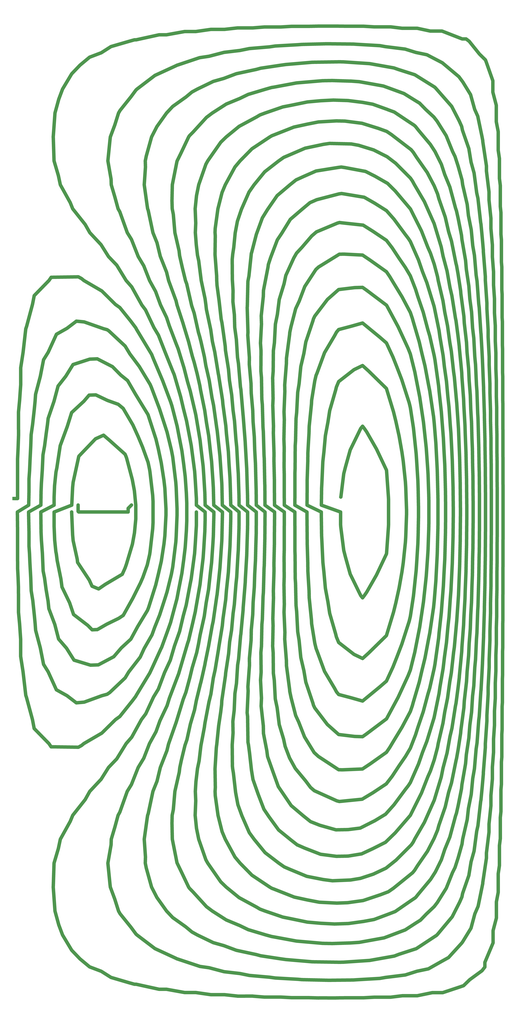
<source format=gbr>
%TF.GenerationSoftware,KiCad,Pcbnew,7.0.1-3b83917a11~172~ubuntu22.04.1*%
%TF.CreationDate,2023-12-10T14:46:01-05:00*%
%TF.ProjectId,coil_template_first,636f696c-5f74-4656-9d70-6c6174655f66,rev?*%
%TF.SameCoordinates,Original*%
%TF.FileFunction,Copper,L1,Top*%
%TF.FilePolarity,Positive*%
%FSLAX46Y46*%
G04 Gerber Fmt 4.6, Leading zero omitted, Abs format (unit mm)*
G04 Created by KiCad (PCBNEW 7.0.1-3b83917a11~172~ubuntu22.04.1) date 2023-12-10 14:46:01*
%MOMM*%
%LPD*%
G01*
G04 APERTURE LIST*
%TA.AperFunction,SMDPad,CuDef*%
%ADD10R,5.000000X5.000000*%
%TD*%
%TA.AperFunction,ViaPad*%
%ADD11C,4.000000*%
%TD*%
%TA.AperFunction,Conductor*%
%ADD12C,5.000000*%
%TD*%
G04 APERTURE END LIST*
D10*
%TO.P,J2,1,Pin_1*%
%TO.N,Net-(J1-Pin_1)*%
X3250000Y-730431000D03*
%TD*%
D11*
%TO.N,Net-(J1-Pin_1)*%
X173886239Y-739863271D03*
X268174452Y-750011144D03*
X86919787Y-749956733D03*
X96299866Y-739831783D03*
X478190478Y-728121864D03*
%TD*%
D12*
%TO.N,Net-(J1-Pin_1)*%
X413900000Y-894449200D02*
X412970000Y-885310000D01*
X624250000Y-1254599600D02*
X615450000Y-1272320000D01*
X62310000Y-790788700D02*
X61430000Y-770750000D01*
X332850000Y-572325700D02*
X332220000Y-568310000D01*
X297110000Y-1092244600D02*
X297450000Y-1089390000D01*
X9220000Y-655398000D02*
X9790000Y-638250000D01*
X693410000Y-285456300D02*
X693410000Y-297100000D01*
X651890000Y-751916100D02*
X651600000Y-788140000D01*
X664110000Y-1078044900D02*
X660420000Y-1102180000D01*
X90380000Y-964975000D02*
X79480000Y-947610000D01*
X583540000Y-627785500D02*
X584130000Y-633220000D01*
X526510000Y-45840800D02*
X550490000Y-45840000D01*
X613830000Y-1047569100D02*
X613460000Y-1048950000D01*
X42170000Y-750000000D02*
X61410000Y-740000000D01*
X70480000Y-275071000D02*
X67600000Y-261550000D01*
X585640000Y-1224405400D02*
X583160000Y-1229190000D01*
X289270000Y-49493500D02*
X309060000Y-49490000D01*
X284670000Y-240346500D02*
X303570000Y-213290000D01*
X295380000Y-979269300D02*
X300490000Y-948140000D01*
X166130000Y-1086031300D02*
X174210000Y-1076820000D01*
X164640000Y-990810500D02*
X142260000Y-1011930000D01*
X362260000Y-1031590100D02*
X362790000Y-1020100000D01*
X412960000Y-614684400D02*
X413890000Y-605560000D01*
X483260000Y-375699000D02*
X509650000Y-377070000D01*
X26450000Y-674774800D02*
X27470000Y-654930000D01*
X696230000Y-642839100D02*
X696230000Y-657720000D01*
X648550000Y-323580300D02*
X653450000Y-348300000D01*
X687520000Y-652714300D02*
X688060000Y-687420000D01*
X362750000Y-477394200D02*
X362380000Y-465220000D01*
X405960000Y-1176071900D02*
X396970000Y-1162840000D01*
X690300000Y-454868700D02*
X692150000Y-485620000D01*
X156950000Y-314330400D02*
X154390000Y-309800000D01*
X96990000Y-670376600D02*
X97530000Y-668920000D01*
X343060000Y-1003696500D02*
X345310000Y-972760000D01*
X688320000Y-727156700D02*
X688320000Y-732950000D01*
X590430000Y-716617800D02*
X590970000Y-743180000D01*
X217670000Y-946613900D02*
X216820000Y-948100000D01*
X632410000Y-1099730700D02*
X626600000Y-1121610000D01*
X348940000Y-222827300D02*
X374890000Y-205620000D01*
X254510000Y-1080356800D02*
X259430000Y-1057720000D01*
X239910000Y-1258646000D02*
X233240000Y-1224930000D01*
X683420000Y-1293649900D02*
X677560000Y-1322300000D01*
X304210000Y-469969200D02*
X301250000Y-443550000D01*
X225710000Y-924500300D02*
X217670000Y-946610000D01*
X396550000Y-565371100D02*
X399000000Y-534330000D01*
X527250000Y-301783100D02*
X544480000Y-312630000D01*
X544510000Y-690088700D02*
X544530000Y-690250000D01*
X372350000Y-394178300D02*
X372720000Y-390750000D01*
X651570000Y-791624300D02*
X650690000Y-828550000D01*
X379640000Y-585343600D02*
X379030000Y-555310000D01*
X629090000Y-818597400D02*
X627870000Y-841660000D01*
X597770000Y-460058600D02*
X604550000Y-485390000D01*
X150620000Y-1051307000D02*
X130860000Y-1070790000D01*
X391090000Y-1398551200D02*
X361560000Y-1394100000D01*
X424510000Y-1373704700D02*
X413700000Y-1372760000D01*
X323880000Y-482043500D02*
X323390000Y-463780000D01*
X252390000Y-148161400D02*
X252390000Y-148160000D01*
X328500000Y-685842300D02*
X326800000Y-655580000D01*
X477740000Y-750000000D02*
X449770000Y-740000000D01*
X365020000Y-872866200D02*
X365520000Y-866660000D01*
X434010000Y-1149730400D02*
X426980000Y-1140280000D01*
X165990000Y-669464200D02*
X166850000Y-671870000D01*
X350620000Y-880903700D02*
X352360000Y-859100000D01*
X608560000Y-1283183600D02*
X590270000Y-1305100000D01*
X534730000Y-496261300D02*
X544380000Y-504660000D01*
X491680000Y-659896200D02*
X504860000Y-633090000D01*
X355090000Y-719108100D02*
X354520000Y-700780000D01*
X429540000Y-1345178400D02*
X405270000Y-1340210000D01*
X585600000Y-546825600D02*
X587170000Y-555190000D01*
X693410000Y-1202900600D02*
X693410000Y-1214540000D01*
X684300000Y-1289087900D02*
X683420000Y-1293650000D01*
X713120000Y-513467200D02*
X713120000Y-547750000D01*
X272750000Y-494559800D02*
X271230000Y-489600000D01*
X332780000Y-927376500D02*
X334050000Y-913450000D01*
X274250000Y-573076200D02*
X273200000Y-566460000D01*
X683280000Y-205642700D02*
X684300000Y-210910000D01*
X396750000Y-575511700D02*
X396550000Y-565370000D01*
X355770000Y-1323473700D02*
X330250000Y-1309700000D01*
X170670000Y-66724500D02*
X178310000Y-64650000D01*
X292730000Y-990935100D02*
X295380000Y-979270000D01*
X207600000Y-917514200D02*
X203680000Y-928290000D01*
X670000000Y-697791400D02*
X670210000Y-722550000D01*
X424420000Y-519730000D02*
X427190000Y-503190000D01*
X584800000Y-274603600D02*
X599450000Y-299530000D01*
X240260000Y-101448800D02*
X272970000Y-90560000D01*
X544850000Y-450564100D02*
X545260000Y-451340000D01*
X687520000Y-647841300D02*
X687520000Y-652710000D01*
X133330000Y-638502900D02*
X141590000Y-645650000D01*
X684300000Y-1287912100D02*
X684300000Y-1289090000D01*
X406420000Y-1454881000D02*
X390860000Y-1454020000D01*
X380550000Y-133383800D02*
X413700000Y-127240000D01*
X435690000Y-587850600D02*
X440200000Y-559600000D01*
X202810000Y-569077700D02*
X203980000Y-572200000D01*
X212780000Y-658113700D02*
X217150000Y-678670000D01*
X425670000Y-1237840800D02*
X414810000Y-1233160000D01*
X320950000Y-1122675700D02*
X320490000Y-1118640000D01*
X614970000Y-970047100D02*
X613830000Y-976690000D01*
X198610000Y-889071700D02*
X197110000Y-892820000D01*
X396760000Y-924493100D02*
X395550000Y-895310000D01*
X209400000Y-644143900D02*
X212780000Y-658110000D01*
X612740000Y-611015300D02*
X613830000Y-621040000D01*
X64120000Y-692096200D02*
X65450000Y-686010000D01*
X526500000Y-1454167600D02*
X511130000Y-1455070000D01*
X631580000Y-939694800D02*
X628580000Y-960920000D01*
X300570000Y-947596800D02*
X305880000Y-915160000D01*
X207980000Y-1383683700D02*
X181810000Y-1363830000D01*
X149780000Y-292780000D02*
X144530000Y-275070000D01*
X326230000Y-113845700D02*
X355470000Y-107600000D01*
X180260000Y-482835400D02*
X181090000Y-484580000D01*
X648550000Y-1176430300D02*
X646030000Y-1187330000D01*
X180450000Y-1016654200D02*
X180050000Y-1017530000D01*
X618260000Y-692711300D02*
X619140000Y-727000000D01*
X381750000Y-740000000D02*
X381550000Y-716310000D01*
X571850000Y-705944400D02*
X572420000Y-713950000D01*
X273510000Y-854817400D02*
X274450000Y-846190000D01*
X305410000Y-286410400D02*
X310170000Y-275070000D01*
X306030000Y-750000000D02*
X293450000Y-740000000D01*
X614640000Y-1366055900D02*
X587760000Y-1383740000D01*
X104720000Y-1086031300D02*
X101340000Y-1088850000D01*
X657520000Y-1024068400D02*
X656880000Y-1034000000D01*
X654020000Y-1145746000D02*
X653450000Y-1151700000D01*
X200020000Y-1086031300D02*
X209540000Y-1068880000D01*
X424010000Y-262980600D02*
X424010000Y-262980000D01*
X380950000Y-664368100D02*
X380000000Y-635640000D01*
X449020000Y-153070400D02*
X467250000Y-152070000D01*
X274750000Y-996722400D02*
X276710000Y-988360000D01*
X474930000Y-1072940700D02*
X458460000Y-1058310000D01*
X613830000Y-878955600D02*
X612740000Y-888980000D01*
X144200000Y-1232917300D02*
X144520000Y-1224930000D01*
X300490000Y-948142000D02*
X300550000Y-947770000D01*
X694760000Y-577097900D02*
X695620000Y-603300000D01*
X124040000Y-527635000D02*
X146230000Y-539040000D01*
X213990000Y-1442679100D02*
X180700000Y-1435360000D01*
X342530000Y-773676400D02*
X342590000Y-766180000D01*
X339300000Y-847842400D02*
X341360000Y-812900000D01*
X696160000Y-338569100D02*
X698300000Y-362430000D01*
X403570000Y-1106998600D02*
X397150000Y-1090050000D01*
X363310000Y-586165400D02*
X362750000Y-555150000D01*
X347580000Y-563864400D02*
X345070000Y-535800000D01*
X298450000Y-631976200D02*
X297830000Y-628330000D01*
X705170000Y-677592200D02*
X705170000Y-702740000D01*
X579100000Y-901573500D02*
X577370000Y-908560000D01*
X142260000Y-1011932000D02*
X138440000Y-1014550000D01*
X320490000Y-1118640000D02*
X320290000Y-1087770000D01*
X620850000Y-574535700D02*
X624160000Y-604450000D01*
X62590000Y-1090829800D02*
X57120000Y-1090760000D01*
X122070000Y-579989800D02*
X139010000Y-588060000D01*
X511130000Y-44934600D02*
X526510000Y-45840000D01*
X573550000Y-753191700D02*
X572420000Y-786050000D01*
X616090000Y-648980100D02*
X616220000Y-651650000D01*
X689690000Y-1244927300D02*
X689690000Y-1252290000D01*
X148110000Y-959972200D02*
X125720000Y-971820000D01*
X267220000Y-1169299400D02*
X266640000Y-1155480000D01*
X427200000Y-996803400D02*
X424430000Y-980270000D01*
X690300000Y-446798100D02*
X690300000Y-454870000D01*
X534740000Y-1003741600D02*
X509650000Y-1024300000D01*
X660420000Y-397817300D02*
X664100000Y-421960000D01*
X27470000Y-654933300D02*
X28040000Y-637810000D01*
X650170000Y-509735600D02*
X650280000Y-511660000D01*
X450710000Y-795923500D02*
X450110000Y-784200000D01*
X251960000Y-801436300D02*
X249750000Y-819500000D01*
X659940000Y-663683200D02*
X660160000Y-676890000D01*
X244070000Y-1120993300D02*
X246360000Y-1110240000D01*
X668550000Y-641820900D02*
X669220000Y-658350000D01*
X395620000Y-815494000D02*
X395890000Y-804330000D01*
X209540000Y-1068880400D02*
X215150000Y-1053030000D01*
X238460000Y-1056210600D02*
X238670000Y-1055610000D01*
X679540000Y-732198800D02*
X679540000Y-767800000D01*
X658520000Y-875390700D02*
X656800000Y-904820000D01*
X319520000Y-579984300D02*
X316250000Y-559140000D01*
X704060000Y-582436500D02*
X704570000Y-598160000D01*
X478030000Y-771723700D02*
X477750000Y-768330000D01*
X289270000Y-1450506400D02*
X267380000Y-1447380000D01*
X327950000Y-1452617000D02*
X309060000Y-1450510000D01*
X188300000Y-1051307000D02*
X194610000Y-1042880000D01*
X341360000Y-687108400D02*
X339290000Y-652150000D01*
X504870000Y-866920700D02*
X491690000Y-840100000D01*
X713520000Y-906984700D02*
X713350000Y-912220000D01*
X613200000Y-176692500D02*
X617970000Y-182730000D01*
X685170000Y-1130030500D02*
X683280000Y-1151150000D01*
X302510000Y-669528700D02*
X301310000Y-658200000D01*
X526440000Y-1341414100D02*
X511240000Y-1344200000D01*
X295700000Y-1149934300D02*
X295320000Y-1122630000D01*
X89100000Y-706763700D02*
X96900000Y-670980000D01*
X686670000Y-612337200D02*
X687520000Y-647840000D01*
X704060000Y-558563500D02*
X704060000Y-582440000D01*
X336150000Y-610454400D02*
X336140000Y-610330000D01*
X465890000Y-1285182700D02*
X452370000Y-1283430000D01*
X683870000Y-969048200D02*
X683870000Y-969730000D01*
X650650000Y-830982200D02*
X649090000Y-869360000D01*
X268190000Y-769023900D02*
X268174452Y-750011144D01*
X700000000Y-1079447100D02*
X700000000Y-1098660000D01*
X694760000Y-922902100D02*
X694760000Y-936100000D01*
X669550000Y-1017162400D02*
X668040000Y-1040410000D01*
X274450000Y-846191700D02*
X278020000Y-816400000D01*
X380900000Y-823953200D02*
X381560000Y-796090000D01*
X268350000Y-290858200D02*
X271580000Y-275070000D01*
X256950000Y-205622200D02*
X258220000Y-203780000D01*
X238670000Y-1055607800D02*
X238740000Y-1055460000D01*
X652490000Y-1066848400D02*
X652170000Y-1071190000D01*
X180100000Y-739840800D02*
X180100000Y-760160000D01*
X253890000Y-617678800D02*
X249360000Y-600030000D01*
X713650000Y-632834500D02*
X713650000Y-667720000D01*
X288590000Y-837553100D02*
X290280000Y-823440000D01*
X661510000Y-981893100D02*
X660710000Y-996320000D01*
X143140000Y-205622200D02*
X149650000Y-188140000D01*
X200200000Y-414130000D02*
X191770000Y-392610000D01*
X249360000Y-600034000D02*
X245320000Y-582710000D01*
X618520000Y-1363014800D02*
X617030000Y-1364560000D01*
X52850000Y-518142000D02*
X64790000Y-492040000D01*
X285870000Y-944718100D02*
X291130000Y-915150000D01*
X112300000Y-580378200D02*
X112300000Y-580380000D01*
X679100000Y-687769000D02*
X679210000Y-692500000D01*
X557160000Y-1329834700D02*
X547750000Y-1333430000D01*
X323310000Y-884575600D02*
X325590000Y-855700000D01*
X587510000Y-665390900D02*
X588230000Y-675460000D01*
X280320000Y-602496800D02*
X274250000Y-573080000D01*
X688060000Y-692914300D02*
X688320000Y-727160000D01*
X295340000Y-1155480200D02*
X295700000Y-1149930000D01*
X624160000Y-604452400D02*
X625020000Y-616820000D01*
X116760000Y-920971700D02*
X110390000Y-914550000D01*
X405740000Y-1019395300D02*
X403830000Y-1010150000D01*
X579100000Y-979391300D02*
X575900000Y-987500000D01*
X240240000Y-240346500D02*
X245670000Y-229320000D01*
X695620000Y-603298900D02*
X695620000Y-617480000D01*
X660900000Y-717206400D02*
X661110000Y-742790000D01*
X197830000Y-608499400D02*
X197980000Y-608910000D01*
X250250000Y-540932500D02*
X241800000Y-513340000D01*
X274990000Y-503223800D02*
X272750000Y-494560000D01*
X97143577Y-749960852D02*
X96299866Y-749117141D01*
X655120000Y-1224894600D02*
X654200000Y-1231910000D01*
X430050000Y-823943500D02*
X429190000Y-796220000D01*
X374260000Y-74875200D02*
X382910000Y-73630000D01*
X297830000Y-628334700D02*
X293160000Y-595120000D01*
X568770000Y-823841000D02*
X566880000Y-836800000D01*
X703370000Y-542153900D02*
X704060000Y-558560000D01*
X417610000Y-443866500D02*
X425710000Y-422670000D01*
X166850000Y-671867300D02*
X175080000Y-702840000D01*
X713720000Y-792345600D02*
X713720000Y-827320000D01*
X627110000Y-642648300D02*
X627870000Y-658340000D01*
X543030000Y-1425452400D02*
X534830000Y-1426890000D01*
X178070000Y-719107400D02*
X180100000Y-739840000D01*
X641450000Y-754077400D02*
X641150000Y-785640000D01*
X47630000Y-653992000D02*
X50000000Y-635740000D01*
X501140000Y-1428880700D02*
X496280000Y-1429210000D01*
X328450000Y-1174727100D02*
X325140000Y-1156900000D01*
X262290000Y-523818800D02*
X256760000Y-502470000D01*
X9690000Y-877790000D02*
X9580000Y-858800000D01*
X640340000Y-1273455000D02*
X631310000Y-1295960000D01*
X629090000Y-681402600D02*
X629590000Y-699220000D01*
X696160000Y-323764100D02*
X696160000Y-338570000D01*
X645420000Y-389203300D02*
X646250000Y-392320000D01*
X713650000Y-867165500D02*
X713520000Y-872240000D01*
X544380000Y-355692100D02*
X552570000Y-366350000D01*
X20290000Y-484025200D02*
X20570000Y-483420000D01*
X99040000Y-1398551200D02*
X86960000Y-1386050000D01*
X379230000Y-1126454000D02*
X371660000Y-1104910000D01*
X399060000Y-526921100D02*
X403710000Y-491740000D01*
X605290000Y-1413032200D02*
X588720000Y-1416500000D01*
X450110000Y-784200900D02*
X449700000Y-755460000D01*
X613830000Y-331806400D02*
X623930000Y-365250000D01*
X472030000Y-1169099200D02*
X439560000Y-1154450000D01*
X695620000Y-882521100D02*
X695620000Y-896700000D01*
X683870000Y-530270400D02*
X683870000Y-530950000D01*
X451700000Y-123953400D02*
X465880000Y-123720000D01*
X416870000Y-1054810000D02*
X412430000Y-1045350000D01*
X215790000Y-1120755800D02*
X225360000Y-1096420000D01*
X93750000Y-1026983700D02*
X80130000Y-1016580000D01*
X364990000Y-627022700D02*
X364040000Y-594300000D01*
X341360000Y-812896200D02*
X341490000Y-806700000D01*
X72890000Y-858766300D02*
X71310000Y-847190000D01*
X324190000Y-1013694700D02*
X326400000Y-998790000D01*
X158310000Y-551192100D02*
X168200000Y-559200000D01*
X247140000Y-838919400D02*
X242210000Y-863930000D01*
X240080000Y-754720200D02*
X238780000Y-785910000D01*
X70490000Y-1224929000D02*
X84850000Y-1199040000D01*
X621980000Y-1004595900D02*
X620800000Y-1013280000D01*
X586920000Y-82942100D02*
X603100000Y-86350000D01*
X367660000Y-711890900D02*
X367540000Y-708270000D01*
X616220000Y-848350100D02*
X616090000Y-851020000D01*
X614660000Y-133446000D02*
X615810000Y-134620000D01*
X166510000Y-825765100D02*
X164560000Y-831290000D01*
X586650000Y-426551200D02*
X589880000Y-437080000D01*
X605860000Y-774522800D02*
X604800000Y-804650000D01*
X285860000Y-862445400D02*
X288590000Y-837550000D01*
X618110000Y-812295900D02*
X616220000Y-848350000D01*
X57120000Y-1090761700D02*
X53910000Y-1086030000D01*
X406420000Y-45118700D02*
X431240000Y-45120000D01*
X126110000Y-861574400D02*
X116560000Y-857600000D01*
X692150000Y-1014375100D02*
X690300000Y-1045130000D01*
X341490000Y-806695600D02*
X342530000Y-773680000D01*
X681240000Y-329999100D02*
X681660000Y-332100000D01*
X513970000Y-255681400D02*
X527840000Y-262700000D01*
X603050000Y-417134200D02*
X613270000Y-450510000D01*
X321420000Y-601997200D02*
X319520000Y-579980000D01*
X604550000Y-1014606000D02*
X597770000Y-1039940000D01*
X222460000Y-517233000D02*
X213040000Y-493270000D01*
X318120000Y-759654400D02*
X318120000Y-750000000D01*
X321480000Y-1070857900D02*
X321200000Y-1053710000D01*
X96640000Y-1091402100D02*
X62590000Y-1090830000D01*
X71310000Y-847188200D02*
X65900000Y-820480000D01*
X245670000Y-229316200D02*
X256950000Y-205620000D01*
X273490000Y-928810800D02*
X279600000Y-901480000D01*
X573570000Y-507491600D02*
X575900000Y-512510000D01*
X256880000Y-936438600D02*
X262960000Y-910640000D01*
X251180000Y-52619700D02*
X267380000Y-52620000D01*
X377600000Y-133828500D02*
X380550000Y-133380000D01*
X617970000Y-182727700D02*
X631190000Y-203740000D01*
X429190000Y-796218000D02*
X429170000Y-783550000D01*
X352910000Y-840027100D02*
X354080000Y-820200000D01*
X650100000Y-182440600D02*
X653680000Y-190380000D01*
X655030000Y-1303570100D02*
X653980000Y-1308710000D01*
X670330000Y-762506200D02*
X670210000Y-777450000D01*
X249740000Y-680491000D02*
X251950000Y-698570000D01*
X80590000Y-625919400D02*
X86920000Y-605620000D01*
X73730000Y-136173300D02*
X86970000Y-113960000D01*
X180050000Y-1017531900D02*
X175350000Y-1023800000D01*
X616220000Y-651649900D02*
X618110000Y-687700000D01*
X482270000Y-805614500D02*
X478030000Y-771720000D01*
X566880000Y-836797700D02*
X562780000Y-860290000D01*
X62550000Y-409234600D02*
X96660000Y-408630000D01*
X543080000Y-1188617400D02*
X526840000Y-1198370000D01*
X249060000Y-1021812400D02*
X252930000Y-1011640000D01*
X413890000Y-605558700D02*
X415420000Y-576210000D01*
X61430000Y-770751200D02*
X61400000Y-750000000D01*
X482270000Y-694380500D02*
X484870000Y-684460000D01*
X175350000Y-1023803600D02*
X156950000Y-1046770000D01*
X708560000Y-236864700D02*
X708560000Y-265910000D01*
X268174452Y-750011144D02*
X268180000Y-750000000D01*
X711430000Y-1112771700D02*
X711430000Y-1145120000D01*
X508330000Y-1246166000D02*
X488550000Y-1249410000D01*
X113300000Y-344519800D02*
X106580000Y-332580000D01*
X552410000Y-202772000D02*
X580230000Y-224170000D01*
X679100000Y-812231000D02*
X678510000Y-846990000D01*
X61410000Y-740000000D02*
X61410000Y-731600000D01*
X649070000Y-869965400D02*
X648550000Y-878880000D01*
X350390000Y-1138104400D02*
X348230000Y-1124470000D01*
X180690000Y-64649300D02*
X213990000Y-57320000D01*
X385900000Y-463174600D02*
X388620000Y-441560000D01*
X623930000Y-365253600D02*
X626590000Y-378390000D01*
X524610000Y-342518400D02*
X544380000Y-355690000D01*
X203680000Y-928291700D02*
X192340000Y-948080000D01*
X625020000Y-616818600D02*
X627110000Y-642650000D01*
X183560000Y-640396600D02*
X189960000Y-655690000D01*
X454330000Y-518782200D02*
X469050000Y-494100000D01*
X688220000Y-93879900D02*
X689290000Y-96690000D01*
X41380000Y-947133600D02*
X34580000Y-921650000D01*
X655120000Y-275105700D02*
X661720000Y-303660000D01*
X12850000Y-934774900D02*
X11290000Y-912410000D01*
X255510000Y-940309000D02*
X256880000Y-936440000D01*
X705170000Y-822407800D02*
X704940000Y-837280000D01*
X361930000Y-953900100D02*
X362790000Y-944770000D01*
X566570000Y-557752100D02*
X576640000Y-589030000D01*
X483840000Y-182610200D02*
X508860000Y-185830000D01*
X236380000Y-944372900D02*
X243820000Y-923320000D01*
X571930000Y-1104879200D02*
X562610000Y-1118470000D01*
X471340000Y-44755300D02*
X486100000Y-44930000D01*
X445440000Y-1104742700D02*
X439310000Y-1099080000D01*
X595990000Y-520364600D02*
X600430000Y-538300000D01*
X336210000Y-888941300D02*
X339200000Y-851540000D01*
X429180000Y-703779100D02*
X430040000Y-676060000D01*
X544530000Y-809746200D02*
X544510000Y-809910000D01*
X342530000Y-726325200D02*
X341490000Y-693300000D01*
X618700000Y-1211521700D02*
X613830000Y-1223340000D01*
X180700000Y-1435356500D02*
X178300000Y-1435360000D01*
X544380000Y-810837200D02*
X529900000Y-841400000D01*
X324220000Y-1250762600D02*
X310150000Y-1224930000D01*
X113280000Y-528119300D02*
X124040000Y-527640000D01*
X393800000Y-1337960700D02*
X368020000Y-1329100000D01*
X366320000Y-1181379700D02*
X357950000Y-1159520000D01*
X247190000Y-661413500D02*
X249740000Y-680490000D01*
X341490000Y-693300200D02*
X341360000Y-687110000D01*
X88320000Y-783294000D02*
X86919787Y-749956733D01*
X617030000Y-1364561200D02*
X614640000Y-1366060000D01*
X639500000Y-1063909800D02*
X636680000Y-1075930000D01*
X21390000Y-480904000D02*
X30060000Y-448690000D01*
X601550000Y-165825000D02*
X613200000Y-176690000D01*
X93750000Y-473026300D02*
X105100000Y-474060000D01*
X665400000Y-1428789700D02*
X656500000Y-1437440000D01*
X664100000Y-421955500D02*
X665500000Y-440620000D01*
X535200000Y-130846900D02*
X539870000Y-131680000D01*
X631190000Y-203739500D02*
X640440000Y-226810000D01*
X713720000Y-707654400D02*
X713760000Y-712550000D01*
X156940000Y-1185646000D02*
X167710000Y-1155480000D01*
X280500000Y-777937900D02*
X280880000Y-761730000D01*
X24930000Y-701891700D02*
X25760000Y-690280000D01*
X424010000Y-262980600D02*
X442080000Y-255050000D01*
X613830000Y-390374700D02*
X618570000Y-408220000D01*
X328510000Y-814153500D02*
X329070000Y-805840000D01*
X672220000Y-377403000D02*
X674650000Y-405990000D01*
X20570000Y-483417500D02*
X21390000Y-480900000D01*
X252390000Y-148161400D02*
X261720000Y-140430000D01*
X79480000Y-947609100D02*
X67920000Y-934340000D01*
X577370000Y-591439000D02*
X579100000Y-598430000D01*
X663520000Y-1180181400D02*
X661720000Y-1196340000D01*
X428510000Y-1278768600D02*
X404010000Y-1268570000D01*
X293580000Y-754438700D02*
X293580000Y-750000000D01*
X435410000Y-593198300D02*
X435690000Y-587850000D01*
X575780000Y-182860900D02*
X584710000Y-188710000D01*
X642020000Y-953197000D02*
X638570000Y-983600000D01*
X692150000Y-1004180500D02*
X692150000Y-1014380000D01*
X711430000Y-387228200D02*
X712000000Y-394450000D01*
X562600000Y-381522700D02*
X571920000Y-395120000D01*
X365460000Y-1060589100D02*
X362260000Y-1031590000D01*
X300430000Y-551050000D02*
X300140000Y-549760000D01*
X696610000Y-817494500D02*
X696230000Y-842280000D01*
X144530000Y-275071000D02*
X144210000Y-267060000D01*
X52800000Y-981858000D02*
X46090000Y-971070000D01*
X539870000Y-131675300D02*
X547600000Y-134480000D01*
X30060000Y-448693000D02*
X32520000Y-435860000D01*
X405480000Y-1225927700D02*
X387650000Y-1211480000D01*
X579100000Y-520613200D02*
X585600000Y-546830000D01*
X708560000Y-265913200D02*
X709800000Y-276040000D01*
X650280000Y-988341300D02*
X650170000Y-990260000D01*
X712000000Y-427443500D02*
X712460000Y-434070000D01*
X666170000Y-919674100D02*
X664590000Y-940230000D01*
X266410000Y-309795300D02*
X268350000Y-290860000D01*
X167710000Y-1155480200D02*
X173820000Y-1145590000D01*
X451950000Y-676967800D02*
X453550000Y-662560000D01*
X60270000Y-1295144400D02*
X60150000Y-1294380000D01*
X646230000Y-589108600D02*
X646500000Y-591620000D01*
X212880000Y-1007052100D02*
X221950000Y-982930000D01*
X445470000Y-183821300D02*
X471480000Y-182320000D01*
X620800000Y-1013283100D02*
X613830000Y-1047570000D01*
X481440000Y-1403386600D02*
X475850000Y-1403450000D01*
X460810000Y-70359600D02*
X496270000Y-70800000D01*
X644050000Y-1265972700D02*
X640340000Y-1273460000D01*
X681660000Y-332095700D02*
X683280000Y-348860000D01*
X192340000Y-948078700D02*
X186610000Y-960600000D01*
X424430000Y-980273600D02*
X419890000Y-961110000D01*
X354070000Y-679805500D02*
X352900000Y-659960000D01*
X687390000Y-1403616700D02*
X687390000Y-1410430000D01*
X314660000Y-837449900D02*
X315560000Y-821590000D01*
X603650000Y-257231700D02*
X613830000Y-276650000D01*
X255360000Y-560880500D02*
X250250000Y-540930000D01*
X659320000Y-384817400D02*
X660420000Y-397820000D01*
X455650000Y-639203500D02*
X459380000Y-619320000D01*
X326270000Y-499421500D02*
X323880000Y-482040000D01*
X515060000Y-1072217200D02*
X509650000Y-1076080000D01*
X34480000Y-579253200D02*
X41470000Y-552870000D01*
X619140000Y-727001100D02*
X619200000Y-733140000D01*
X231740000Y-840574300D02*
X225510000Y-866020000D01*
X320400000Y-412326400D02*
X320260000Y-383340000D01*
X367030000Y-45977300D02*
X390860000Y-45980000D01*
X186610000Y-960596700D02*
X169910000Y-982080000D01*
X224790000Y-1442679100D02*
X213990000Y-1442680000D01*
X554560000Y-1295987200D02*
X547180000Y-1301080000D01*
X604480000Y-1134312100D02*
X595200000Y-1158140000D01*
X305090000Y-1023834700D02*
X310460000Y-987500000D01*
X331720000Y-240346500D02*
X348940000Y-222830000D01*
X629010000Y-1239890800D02*
X624250000Y-1254600000D01*
X648550000Y-405135900D02*
X652170000Y-428810000D01*
X397150000Y-1090048400D02*
X394810000Y-1079330000D01*
X362220000Y-982647400D02*
X361930000Y-953900000D01*
X635330000Y-598036600D02*
X637120000Y-623770000D01*
X342580000Y-733819000D02*
X342530000Y-726330000D01*
X41470000Y-552866400D02*
X46130000Y-529010000D01*
X603970000Y-1242371100D02*
X589450000Y-1263420000D01*
X618570000Y-408220100D02*
X619660000Y-414290000D01*
X700000000Y-401336200D02*
X700000000Y-420550000D01*
X347680000Y-935908100D02*
X347950000Y-921190000D01*
X249000000Y-476729200D02*
X239970000Y-449310000D01*
X677000000Y-606785600D02*
X677410000Y-613760000D01*
X390860000Y-45977300D02*
X406420000Y-45120000D01*
X478190478Y-728121864D02*
X482270000Y-694380000D01*
X301250000Y-443550800D02*
X298200000Y-420920000D01*
X704570000Y-622620700D02*
X704940000Y-637840000D01*
X263280000Y-198657900D02*
X282850000Y-177210000D01*
X155090000Y-170897700D02*
X157320000Y-167010000D01*
X696800000Y-737824600D02*
X696800000Y-762180000D01*
X455660000Y-860791100D02*
X453560000Y-837450000D01*
X411810000Y-846087700D02*
X411590000Y-813340000D01*
X544530000Y-690254400D02*
X547260000Y-728400000D01*
X258220000Y-1296227100D02*
X256950000Y-1294380000D01*
X607250000Y-1005498000D02*
X604550000Y-1014610000D01*
X399530000Y-100339100D02*
X436360000Y-97230000D01*
X325590000Y-855700900D02*
X326810000Y-844420000D01*
X590970000Y-756817000D02*
X590430000Y-783380000D01*
X635330000Y-901963500D02*
X633540000Y-918180000D01*
X693620000Y-963447200D02*
X693620000Y-975330000D01*
X679540000Y-767801200D02*
X679510000Y-772110000D01*
X308080000Y-1379349900D02*
X292740000Y-1375020000D01*
X326400000Y-998792700D02*
X328170000Y-972040000D01*
X705280000Y-782583700D02*
X705170000Y-797260000D01*
X544380000Y-689156300D02*
X544510000Y-690090000D01*
X311550000Y-205622200D02*
X330250000Y-190300000D01*
X675870000Y-574756000D02*
X677000000Y-606790000D01*
X698970000Y-140599700D02*
X703940000Y-159740000D01*
X61320000Y-240346500D02*
X60210000Y-206270000D01*
X395550000Y-895314100D02*
X395920000Y-884120000D01*
X411580000Y-686663600D02*
X411800000Y-653910000D01*
X330190000Y-733407800D02*
X330040000Y-726610000D01*
X88950000Y-535948300D02*
X88950000Y-535950000D01*
X380210000Y-875097700D02*
X380020000Y-864350000D01*
X350090000Y-602312900D02*
X347820000Y-577270000D01*
X295300000Y-376558700D02*
X295630000Y-348860000D01*
X269760000Y-377370900D02*
X267990000Y-361990000D01*
X544690000Y-197591700D02*
X552410000Y-202770000D01*
X12940000Y-552866400D02*
X12930000Y-540660000D01*
X653450000Y-348299700D02*
X654020000Y-354250000D01*
X442990000Y-296685500D02*
X475510000Y-288230000D01*
X175670000Y-875439100D02*
X161910000Y-899980000D01*
X696230000Y-657716600D02*
X696610000Y-682510000D01*
X484870000Y-684456400D02*
X491680000Y-659900000D01*
X461770000Y-214968400D02*
X493090000Y-215730000D01*
X644060000Y-234026800D02*
X648550000Y-247930000D01*
X580510000Y-1233038100D02*
X558360000Y-1255210000D01*
X442080000Y-255051000D02*
X474290000Y-249900000D01*
X239490000Y-101726800D02*
X240260000Y-101450000D01*
X615450000Y-1272319600D02*
X608560000Y-1283180000D01*
X352360000Y-859098900D02*
X352910000Y-840030000D01*
X355100000Y-780894000D02*
X355260000Y-758900000D01*
X238620000Y-443437500D02*
X227880000Y-414220000D01*
X374900000Y-1294377800D02*
X348930000Y-1277180000D01*
X368000000Y-1244403400D02*
X352180000Y-1225060000D01*
X410470000Y-1308933700D02*
X380530000Y-1297140000D01*
X369180000Y-136173300D02*
X377600000Y-133830000D01*
X713520000Y-593015300D02*
X713520000Y-627760000D01*
X465880000Y-123715800D02*
X491930000Y-124540000D01*
X686670000Y-608440700D02*
X686670000Y-612340000D01*
X344590000Y-407367500D02*
X348070000Y-374540000D01*
X292230000Y-795100000D02*
X292860000Y-785040000D01*
X150540000Y-448693000D02*
X156910000Y-453280000D01*
X673830000Y-536035500D02*
X675180000Y-565850000D01*
X214520000Y-599950100D02*
X222450000Y-624450000D01*
X428950000Y-740000000D02*
X429170000Y-716450000D01*
X696610000Y-697827700D02*
X696800000Y-722290000D01*
X200870000Y-807688600D02*
X200260000Y-811630000D01*
X571710000Y-1356516600D02*
X548200000Y-1365340000D01*
X663780000Y-958188800D02*
X661510000Y-981890000D01*
X696800000Y-722286500D02*
X696800000Y-737820000D01*
X626770000Y-976823400D02*
X621980000Y-1004600000D01*
X309060000Y-49493500D02*
X327950000Y-47380000D01*
X675180000Y-934149000D02*
X673830000Y-963960000D01*
X199370000Y-886709600D02*
X198610000Y-889070000D01*
X67150000Y-567238600D02*
X78380000Y-552970000D01*
X669550000Y-482837400D02*
X671250000Y-497630000D01*
X656880000Y-465995500D02*
X657520000Y-475930000D01*
X183650000Y-379244200D02*
X173840000Y-354380000D01*
X96900000Y-670975400D02*
X96990000Y-670380000D01*
X239010000Y-1397981500D02*
X207980000Y-1383680000D01*
X590950000Y-384194300D02*
X596820000Y-401180000D01*
X266970000Y-891899200D02*
X273510000Y-854820000D01*
X181830000Y-136173300D02*
X207990000Y-116320000D01*
X713350000Y-946775200D02*
X713120000Y-952240000D01*
X197310000Y-309795300D02*
X196590000Y-304830000D01*
X474930000Y-939303500D02*
X471600000Y-931410000D01*
X568770000Y-676158700D02*
X571850000Y-705940000D01*
X656500000Y-1437441100D02*
X652150000Y-1438960000D01*
X683280000Y-348855600D02*
X685170000Y-369970000D01*
X178170000Y-780375800D02*
X175230000Y-796640000D01*
X693410000Y-1214543800D02*
X689690000Y-1244930000D01*
X282450000Y-881772100D02*
X285860000Y-862450000D01*
X306030000Y-752715500D02*
X306030000Y-750000000D01*
X706770000Y-1301992300D02*
X704120000Y-1315770000D01*
X268130000Y-1023627900D02*
X273920000Y-999780000D01*
X130010000Y-83439000D02*
X130010000Y-83440000D01*
X429540000Y-154815600D02*
X449020000Y-153070000D01*
X436360000Y-1402765100D02*
X399530000Y-1399660000D01*
X301310000Y-658201400D02*
X298450000Y-631980000D01*
X583480000Y-228010900D02*
X588210000Y-235330000D01*
X28040000Y-637812700D02*
X30170000Y-623010000D01*
X470520000Y-926970500D02*
X461900000Y-897090000D01*
X701380000Y-461232300D02*
X702490000Y-479690000D01*
X696610000Y-682505500D02*
X696610000Y-697830000D01*
X299560000Y-1190204700D02*
X295600000Y-1161690000D01*
X453560000Y-837450200D02*
X451960000Y-823030000D01*
X683190000Y-1415734800D02*
X665400000Y-1428790000D01*
X222450000Y-624446900D02*
X225610000Y-634180000D01*
X302520000Y-830474900D02*
X302600000Y-829030000D01*
X129620000Y-361908000D02*
X113300000Y-344520000D01*
X592640000Y-917330900D02*
X587170000Y-944810000D01*
X704940000Y-837281200D02*
X704940000Y-862160000D01*
X267230000Y-330669600D02*
X266410000Y-309800000D01*
X509650000Y-625466700D02*
X509650000Y-625470000D01*
X700000000Y-1098664000D02*
X698300000Y-1120320000D01*
X582080000Y-1030931300D02*
X579100000Y-1039600000D01*
X547380000Y-768221900D02*
X547260000Y-771600000D01*
X355330000Y-347027100D02*
X364060000Y-323100000D01*
X295520000Y-338425800D02*
X299450000Y-310100000D01*
X623800000Y-1402656000D02*
X605290000Y-1413030000D01*
X664590000Y-940233200D02*
X663780000Y-958190000D01*
X336140000Y-610325600D02*
X336030000Y-609110000D01*
X619660000Y-1085703700D02*
X618570000Y-1091780000D01*
X225580000Y-1031021900D02*
X228870000Y-1020300000D01*
X381550000Y-504464400D02*
X382970000Y-477390000D01*
X579100000Y-309973100D02*
X579650000Y-310910000D01*
X679190000Y-453178200D02*
X681570000Y-489740000D01*
X385560000Y-290761900D02*
X404040000Y-275150000D01*
X713350000Y-912224800D02*
X713350000Y-946780000D01*
X696160000Y-1161430600D02*
X696160000Y-1176240000D01*
X685170000Y-1127858400D02*
X685170000Y-1130030000D01*
X367940000Y-750000000D02*
X355250000Y-740000000D01*
X648550000Y-247931800D02*
X654200000Y-268090000D01*
X295280000Y-344297900D02*
X295520000Y-338430000D01*
X695620000Y-617478900D02*
X696230000Y-642840000D01*
X679210000Y-692499200D02*
X679510000Y-727890000D01*
X654000000Y-946317300D02*
X653720000Y-952410000D01*
X629030000Y-459564700D02*
X633110000Y-479640000D01*
X652490000Y-433151100D02*
X656880000Y-466000000D01*
X261720000Y-1359570200D02*
X252400000Y-1351850000D01*
X442630000Y-343414200D02*
X473190000Y-330640000D01*
X629010000Y-260110600D02*
X636490000Y-278260000D01*
X602170000Y-656971600D02*
X604140000Y-684600000D01*
X668550000Y-858179100D02*
X667960000Y-880820000D01*
X190410000Y-844949600D02*
X186710000Y-853280000D01*
X705280000Y-742694800D02*
X705280000Y-757310000D01*
X713650000Y-832279000D02*
X713650000Y-867170000D01*
X587510000Y-834609000D02*
X584130000Y-866780000D01*
X549150000Y-408204200D02*
X554090000Y-416520000D01*
X62740000Y-1329102300D02*
X60270000Y-1295140000D01*
X629840000Y-1178033300D02*
X620480000Y-1204900000D01*
X712460000Y-1065929300D02*
X712000000Y-1072560000D01*
X441270000Y-1402887300D02*
X436360000Y-1402770000D01*
X263280000Y-198657900D02*
X263280000Y-198660000D01*
X305230000Y-712361600D02*
X305090000Y-707940000D01*
X9720000Y-604919600D02*
X11280000Y-588000000D01*
X80180000Y-483417500D02*
X93750000Y-473030000D01*
X333640000Y-310688800D02*
X344600000Y-285620000D01*
X365520000Y-866657600D02*
X366520000Y-832210000D01*
X412970000Y-268043200D02*
X424010000Y-262980000D01*
X456590000Y-1429571600D02*
X421460000Y-1428700000D01*
X571850000Y-794055900D02*
X568770000Y-823840000D01*
X381400000Y-994234300D02*
X380020000Y-983870000D01*
X355770000Y-176525500D02*
X355770000Y-176530000D01*
X186710000Y-853284700D02*
X175670000Y-875440000D01*
X336130000Y-891795400D02*
X336210000Y-888940000D01*
X429670000Y-186959400D02*
X445470000Y-183820000D01*
X330250000Y-190299200D02*
X355770000Y-176530000D01*
X282020000Y-1254774300D02*
X271580000Y-1224930000D01*
X341950000Y-1041346200D02*
X343390000Y-1009780000D01*
X618320000Y-1316773400D02*
X613690000Y-1322710000D01*
X658520000Y-624609300D02*
X658820000Y-636230000D01*
X596820000Y-1098821100D02*
X590960000Y-1115810000D01*
X230270000Y-965172700D02*
X236380000Y-944370000D01*
X671250000Y-497631800D02*
X672730000Y-524560000D01*
X86919787Y-749956733D02*
X86970000Y-750000000D01*
X415940000Y-71768100D02*
X421460000Y-71300000D01*
X511130000Y-1455067200D02*
X486090000Y-1455070000D01*
X660790000Y-796916500D02*
X660160000Y-823110000D01*
X512110000Y-293164500D02*
X527250000Y-301780000D01*
X588720000Y-1416501000D02*
X571750000Y-1421960000D01*
X546200000Y-165942200D02*
X555750000Y-169420000D01*
X472340000Y-1317636300D02*
X446840000Y-1316360000D01*
X713350000Y-553224800D02*
X713350000Y-587780000D01*
X124180000Y-920657600D02*
X116760000Y-920970000D01*
X497170000Y-543386100D02*
X509650000Y-537430000D01*
X483890000Y-250037600D02*
X513970000Y-255680000D01*
X295320000Y-1122631900D02*
X297110000Y-1092240000D01*
X265530000Y-810437200D02*
X265670000Y-809310000D01*
X271560000Y-385320800D02*
X269760000Y-377370000D01*
X32520000Y-435860200D02*
X54000000Y-413970000D01*
X639870000Y-1337524300D02*
X618520000Y-1363010000D01*
X613830000Y-976687700D02*
X607250000Y-1005500000D01*
X310470000Y-515120300D02*
X310110000Y-509480000D01*
X651600000Y-711863200D02*
X651890000Y-748080000D01*
X710720000Y-346930400D02*
X711430000Y-354880000D01*
X327950000Y-525713700D02*
X326270000Y-499420000D01*
X404670000Y-325279300D02*
X404670000Y-325280000D01*
X113000000Y-89847000D02*
X130010000Y-83440000D01*
X46130000Y-529014900D02*
X52850000Y-518140000D01*
X170650000Y-1433275500D02*
X144070000Y-1425510000D01*
X192410000Y-275071000D02*
X194230000Y-249420000D01*
X32470000Y-1064223700D02*
X29990000Y-1051310000D01*
X292860000Y-785035500D02*
X293580000Y-754440000D01*
X676040000Y-415097800D02*
X678510000Y-448100000D01*
X536680000Y-1368811200D02*
X504790000Y-1374580000D01*
X508860000Y-185831900D02*
X532510000Y-193160000D01*
X306180000Y-587643000D02*
X301310000Y-556510000D01*
X663520000Y-319817700D02*
X667550000Y-340200000D01*
X241800000Y-513339400D02*
X240570000Y-510290000D01*
X475840000Y-1170166500D02*
X472030000Y-1169100000D01*
X161780000Y-599598600D02*
X175890000Y-623580000D01*
X139580000Y-1259653500D02*
X144200000Y-1232920000D01*
X297940000Y-871645000D02*
X298220000Y-870070000D01*
X678280000Y-852589300D02*
X677410000Y-886240000D01*
X636370000Y-503671000D02*
X638570000Y-516400000D01*
X437630000Y-1027740900D02*
X427200000Y-996800000D01*
X342580000Y-750000000D02*
X330200000Y-740000000D01*
X580030000Y-311754400D02*
X595190000Y-341870000D01*
X709800000Y-1223959000D02*
X708560000Y-1234090000D01*
X585260000Y-1270018300D02*
X582360000Y-1273490000D01*
X362790000Y-1020101500D02*
X361400000Y-994020000D01*
X194280000Y-456638800D02*
X188790000Y-449320000D01*
X316520000Y-938402900D02*
X319330000Y-921270000D01*
X65900000Y-820482500D02*
X64660000Y-810710000D01*
X343480000Y-1356122000D02*
X331220000Y-1350180000D01*
X86970000Y-113963000D02*
X99060000Y-101450000D01*
X695620000Y-896701100D02*
X694760000Y-922900000D01*
X57160000Y-409306300D02*
X57160000Y-409310000D01*
X352900000Y-659964700D02*
X352340000Y-640910000D01*
X360590000Y-1326337400D02*
X355770000Y-1323470000D01*
X554590000Y-604521800D02*
X557980000Y-618200000D01*
X657520000Y-475931300D02*
X660710000Y-503680000D01*
X645430000Y-1110795200D02*
X638830000Y-1143300000D01*
X173150000Y-1352771800D02*
X157310000Y-1333010000D01*
X278020000Y-816403500D02*
X278970000Y-802720000D01*
X618260000Y-807288800D02*
X618110000Y-812300000D01*
X266630000Y-894259600D02*
X266970000Y-891900000D01*
X380190000Y-624914300D02*
X379220000Y-595310000D01*
X396560000Y-934625900D02*
X396760000Y-924490000D01*
X612740000Y-888984700D02*
X612530000Y-890360000D01*
X67920000Y-934339700D02*
X62420000Y-913170000D01*
X366510000Y-667781200D02*
X365500000Y-633350000D01*
X544170000Y-570618000D02*
X544380000Y-570860000D01*
X230050000Y-588372500D02*
X231050000Y-591000000D01*
X105100000Y-1025942500D02*
X93750000Y-1026980000D01*
X380530000Y-202853400D02*
X409870000Y-191270000D01*
X198070000Y-609189900D02*
X209400000Y-644140000D01*
X398290000Y-1399589700D02*
X391090000Y-1398550000D01*
X589100000Y-47898500D02*
X608000000Y-51940000D01*
X305370000Y-475415300D02*
X304210000Y-469970000D01*
X589200000Y-1452096800D02*
X567580000Y-1452100000D01*
X242900000Y-983198100D02*
X243040000Y-982580000D01*
X404010000Y-1268565300D02*
X395770000Y-1265080000D01*
X579100000Y-407208800D02*
X586650000Y-426550000D01*
X666900000Y-600984000D02*
X667960000Y-619180000D01*
X704060000Y-917563500D02*
X704060000Y-941440000D01*
X694760000Y-563902100D02*
X694760000Y-577100000D01*
X395580000Y-418586500D02*
X398110000Y-406570000D01*
X705280000Y-757305200D02*
X705280000Y-782580000D01*
X646500000Y-908379300D02*
X646230000Y-910890000D01*
X249280000Y-477990000D02*
X249000000Y-476730000D01*
X362380000Y-465222700D02*
X365450000Y-436750000D01*
X656880000Y-1034004700D02*
X652490000Y-1066850000D01*
X468920000Y-1347908300D02*
X449010000Y-1346920000D01*
X712000000Y-1105554700D02*
X711430000Y-1112770000D01*
X243040000Y-370944400D02*
X236980000Y-344520000D01*
X664590000Y-66790600D02*
X679530000Y-85270000D01*
X395960000Y-764479100D02*
X395960000Y-750000000D01*
X308400000Y-82802700D02*
X331340000Y-80160000D01*
X509650000Y-962568000D02*
X497170000Y-956610000D01*
X553890000Y-974851700D02*
X544380000Y-995350000D01*
X615810000Y-134620000D02*
X639150000Y-161170000D01*
X471800000Y-1011072600D02*
X469040000Y-1005900000D01*
X458460000Y-1058310900D02*
X440220000Y-1034430000D01*
X519850000Y-99191200D02*
X532810000Y-101470000D01*
X284660000Y-1259653500D02*
X282020000Y-1254770000D01*
X506960000Y-871213300D02*
X504870000Y-866920000D01*
X449770000Y-740000000D02*
X450100000Y-715800000D01*
X629030000Y-1040434600D02*
X626510000Y-1056450000D01*
X643000000Y-946255700D02*
X642020000Y-953200000D01*
X555740000Y-1394460300D02*
X531830000Y-1398710000D01*
X634740000Y-343179200D02*
X638820000Y-356700000D01*
X636490000Y-1221740700D02*
X629010000Y-1239890000D01*
X504790000Y-125422100D02*
X535200000Y-130850000D01*
X317630000Y-780510800D02*
X318120000Y-759650000D01*
X587170000Y-555189900D02*
X592640000Y-582670000D01*
X595190000Y-341869700D02*
X604470000Y-365680000D01*
X651600000Y-788136800D02*
X651570000Y-791620000D01*
X611040000Y-1447555100D02*
X589200000Y-1452100000D01*
X399010000Y-965671200D02*
X396560000Y-934630000D01*
X399000000Y-534331600D02*
X399060000Y-526920000D01*
X317080000Y-798950800D02*
X317630000Y-780510000D01*
X192390000Y-1224929000D02*
X196560000Y-1195230000D01*
X626590000Y-378389000D02*
X632410000Y-400270000D01*
X367030000Y-1454022400D02*
X350160000Y-1452620000D01*
X387650000Y-1211480900D02*
X373620000Y-1192110000D01*
X225510000Y-866016600D02*
X222950000Y-874170000D01*
X235390000Y-549260700D02*
X234600000Y-547390000D01*
X34580000Y-921650400D02*
X33940000Y-912410000D01*
X419880000Y-538882700D02*
X424420000Y-519730000D01*
X593840000Y-1342331900D02*
X587280000Y-1346440000D01*
X345390000Y-1099348500D02*
X343840000Y-1087860000D01*
X395960000Y-750000000D02*
X381750000Y-740000000D01*
X671710000Y-1241969200D02*
X667280000Y-1257800000D01*
X332220000Y-568313300D02*
X329340000Y-534460000D01*
X381550000Y-703909700D02*
X380890000Y-676040000D01*
X381560000Y-796093500D02*
X381550000Y-783690000D01*
X679510000Y-727892800D02*
X679540000Y-732200000D01*
X195370000Y-233259200D02*
X203100000Y-205620000D01*
X112500000Y-848629600D02*
X95590000Y-823060000D01*
X524880000Y-1238464300D02*
X508330000Y-1246170000D01*
X622330000Y-96314300D02*
X625560000Y-98000000D01*
X687520000Y-847285700D02*
X687520000Y-852160000D01*
X518510000Y-954531900D02*
X509650000Y-962570000D01*
X261720000Y-140432000D02*
X269550000Y-136170000D01*
X67600000Y-261554000D02*
X61320000Y-240350000D01*
X644770000Y-1190949400D02*
X636490000Y-1221740000D01*
X289010000Y-485229200D02*
X282760000Y-455970000D01*
X412970000Y-885308300D02*
X412260000Y-853620000D01*
X656800000Y-904817600D02*
X656470000Y-914100000D01*
X194230000Y-249424800D02*
X193920000Y-240350000D01*
X88950000Y-535948300D02*
X113280000Y-528120000D01*
X545980000Y-273041500D02*
X557140000Y-284060000D01*
X590430000Y-783382300D02*
X589980000Y-796140000D01*
X243820000Y-923317300D02*
X249180000Y-900600000D01*
X191750000Y-1107360700D02*
X200020000Y-1086030000D01*
X497170000Y-956613200D02*
X474930000Y-939300000D01*
X293160000Y-595121800D02*
X290810000Y-583700000D01*
X140510000Y-1120755800D02*
X152410000Y-1108320000D01*
X698970000Y-124049500D02*
X698970000Y-140600000D01*
X592640000Y-582669200D02*
X595160000Y-599660000D01*
X379030000Y-944690100D02*
X379650000Y-914660000D01*
X595200000Y-1158135300D02*
X580120000Y-1188200000D01*
X693620000Y-975330700D02*
X692150000Y-1004180000D01*
X437640000Y-472248500D02*
X438310000Y-469690000D01*
X650170000Y-990264500D02*
X648550000Y-1004390000D01*
X652170000Y-428813200D02*
X652490000Y-433150000D01*
X506550000Y-1281699000D02*
X492140000Y-1284130000D01*
X613460000Y-330954400D02*
X613620000Y-331280000D01*
X362750000Y-555151900D02*
X361890000Y-545460000D01*
X509650000Y-1024296600D02*
X492940000Y-1019620000D01*
X579100000Y-1092802500D02*
X571930000Y-1104880000D01*
X544110000Y-1144574800D02*
X525020000Y-1157260000D01*
X238260000Y-793563600D02*
X233970000Y-828570000D01*
X139010000Y-588058900D02*
X154600000Y-593650000D01*
X544380000Y-401241700D02*
X549150000Y-408200000D01*
X619140000Y-772998900D02*
X618260000Y-807290000D01*
X395390000Y-644483800D02*
X395910000Y-615890000D01*
X492910000Y-480396100D02*
X509650000Y-475710000D01*
X474930000Y-427090200D02*
X498240000Y-424340000D01*
X318110000Y-740000000D02*
X317630000Y-719490000D01*
X299450000Y-310098200D02*
X305410000Y-286410000D01*
X224850000Y-467561100D02*
X216050000Y-449290000D01*
X164560000Y-831293000D02*
X160520000Y-840390000D01*
X525110000Y-1275596600D02*
X506550000Y-1281700000D01*
X371490000Y-311123600D02*
X385560000Y-290760000D01*
X266750000Y-606322900D02*
X259330000Y-574490000D01*
X688010000Y-1091773300D02*
X685170000Y-1127860000D01*
X615070000Y-227053000D02*
X624250000Y-245400000D01*
X544380000Y-1050212800D02*
X515060000Y-1072220000D01*
X12850000Y-959490200D02*
X12850000Y-947130000D01*
X275220000Y-414063100D02*
X271560000Y-385320000D01*
X398290000Y-100408700D02*
X399530000Y-100340000D01*
X395770000Y-655855800D02*
X395390000Y-644480000D01*
X253620000Y-777390100D02*
X251960000Y-801440000D01*
X712000000Y-394445400D02*
X712000000Y-427440000D01*
X265660000Y-690694200D02*
X265520000Y-689560000D01*
X315010000Y-955732800D02*
X316520000Y-938400000D01*
X667550000Y-1159803300D02*
X663520000Y-1180180000D01*
X271580000Y-1224929000D02*
X268350000Y-1209130000D01*
X379220000Y-595306800D02*
X379640000Y-585340000D01*
X633540000Y-581822100D02*
X635330000Y-598040000D01*
X326810000Y-844424900D02*
X328510000Y-814150000D01*
X498200000Y-1075689200D02*
X474930000Y-1072940000D01*
X496280000Y-1429208500D02*
X460810000Y-1429640000D01*
X706770000Y-224992300D02*
X708560000Y-236860000D01*
X600670000Y-857277000D02*
X598140000Y-880600000D01*
X590980000Y-196037000D02*
X608160000Y-216350000D01*
X650690000Y-828549800D02*
X650650000Y-830980000D01*
X712830000Y-507697200D02*
X713120000Y-513470000D01*
X471340000Y-1455244800D02*
X446100000Y-1455240000D01*
X672730000Y-975444900D02*
X671250000Y-1002370000D01*
X238740000Y-1055458400D02*
X249060000Y-1021810000D01*
X421570000Y-365788700D02*
X435750000Y-349360000D01*
X607240000Y-494502500D02*
X613830000Y-523320000D01*
X613830000Y-276651900D02*
X618700000Y-288480000D01*
X640060000Y-824899000D02*
X639530000Y-834960000D01*
X417440000Y-936366900D02*
X415430000Y-923790000D01*
X205890000Y-1018568100D02*
X212880000Y-1007050000D01*
X369180000Y-1363826700D02*
X343480000Y-1356120000D01*
X658820000Y-863769000D02*
X658520000Y-875390000D01*
X579700000Y-1189122800D02*
X579140000Y-1190090000D01*
X506230000Y-1208771500D02*
X488550000Y-1210950000D01*
X566880000Y-663202700D02*
X568770000Y-676160000D01*
X544380000Y-995348200D02*
X534740000Y-1003740000D01*
X365640000Y-428637900D02*
X372350000Y-394180000D01*
X159140000Y-947188000D02*
X148110000Y-959970000D01*
X204240000Y-975546800D02*
X200760000Y-982970000D01*
X692150000Y-485625000D02*
X692150000Y-495820000D01*
X620150000Y-933133900D02*
X615130000Y-968640000D01*
X576640000Y-910969800D02*
X566570000Y-942250000D01*
X626770000Y-523176800D02*
X628570000Y-539080000D01*
X600430000Y-961695600D02*
X595990000Y-979630000D01*
X608260000Y-374254700D02*
X613830000Y-390370000D01*
X599470000Y-1200477800D02*
X585640000Y-1224410000D01*
X403830000Y-1010154300D02*
X403720000Y-1008180000D01*
X24390000Y-750000000D02*
X42220000Y-740000000D01*
X350160000Y-1452617000D02*
X327950000Y-1452620000D01*
X101340000Y-1088853300D02*
X96640000Y-1091400000D01*
X606040000Y-765471900D02*
X605860000Y-774520000D01*
X266580000Y-704017000D02*
X265660000Y-690690000D01*
X282760000Y-455966100D02*
X282010000Y-449290000D01*
X430040000Y-676060700D02*
X430120000Y-664430000D01*
X544850000Y-1049438700D02*
X544380000Y-1050210000D01*
X310750000Y-877342000D02*
X311840000Y-863570000D01*
X689690000Y-247705100D02*
X689690000Y-255070000D01*
X167750000Y-344519800D02*
X156950000Y-314330000D01*
X224790000Y-57323300D02*
X251180000Y-52620000D01*
X475850000Y-1403454700D02*
X441270000Y-1402890000D01*
X544480000Y-312628700D02*
X555270000Y-324910000D01*
X12930000Y-565084500D02*
X12940000Y-552870000D01*
X213990000Y-57323300D02*
X224790000Y-57320000D01*
X645430000Y-1027427700D02*
X644600000Y-1031490000D01*
X196820000Y-826789500D02*
X190410000Y-844950000D01*
X236980000Y-344519800D02*
X234680000Y-317900000D01*
X343060000Y-415265400D02*
X344590000Y-407370000D01*
X142540000Y-210728300D02*
X143140000Y-205620000D01*
X106580000Y-1167421100D02*
X113290000Y-1155480000D01*
X649070000Y-630034600D02*
X649090000Y-630640000D01*
X160520000Y-840389200D02*
X135750000Y-855040000D01*
X350160000Y-47382700D02*
X367030000Y-45980000D01*
X597770000Y-1039942500D02*
X589880000Y-1062920000D01*
X685470000Y-928240700D02*
X685470000Y-930760000D01*
X292850000Y-714966900D02*
X292230000Y-704900000D01*
X322470000Y-366225100D02*
X324610000Y-344900000D01*
X438310000Y-469691400D02*
X440200000Y-465630000D01*
X683280000Y-518632700D02*
X683870000Y-530270000D01*
X28130000Y-864401600D02*
X27450000Y-845240000D01*
X253610000Y-722605100D02*
X254220000Y-737160000D01*
X62740000Y-170897700D02*
X68240000Y-150810000D01*
X557100000Y-1215688000D02*
X543030000Y-1229300000D01*
X672830000Y-1333226600D02*
X667210000Y-1354060000D01*
X172940000Y-934476200D02*
X159140000Y-947190000D01*
X224820000Y-1329102300D02*
X210760000Y-1309400000D01*
X688010000Y-413661900D02*
X690300000Y-446800000D01*
X233240000Y-1224929000D02*
X232710000Y-1201740000D01*
X615130000Y-531360700D02*
X620150000Y-566870000D01*
X625100000Y-51943800D02*
X654460000Y-63330000D01*
X395060000Y-235342300D02*
X403700000Y-231620000D01*
X280720000Y-1055845400D02*
X286500000Y-1025640000D01*
X310110000Y-509481200D02*
X307560000Y-490970000D01*
X292740000Y-124982900D02*
X308080000Y-120650000D01*
X702490000Y-479686100D02*
X702490000Y-501760000D01*
X648550000Y-621119300D02*
X649070000Y-630030000D01*
X44280000Y-689616500D02*
X45270000Y-667250000D01*
X302600000Y-829034200D02*
X305100000Y-792070000D01*
X325590000Y-644281300D02*
X323560000Y-617550000D01*
X654000000Y-553682600D02*
X656470000Y-585900000D01*
X618110000Y-687704100D02*
X618260000Y-692710000D01*
X576640000Y-589030100D02*
X577370000Y-591440000D01*
X554590000Y-895477900D02*
X544380000Y-929140000D01*
X200560000Y-983492700D02*
X180450000Y-1016650000D01*
X713120000Y-986532800D02*
X712830000Y-992300000D01*
X344600000Y-285620700D02*
X351950000Y-275180000D01*
X343090000Y-1084032800D02*
X342570000Y-1046950000D01*
X363350000Y-913331400D02*
X364050000Y-906120000D01*
X669220000Y-841651400D02*
X668550000Y-858180000D01*
X304850000Y-1029535400D02*
X305090000Y-1023830000D01*
X604140000Y-815399300D02*
X602170000Y-843030000D01*
X580120000Y-1188195700D02*
X579700000Y-1189120000D01*
X509650000Y-377074500D02*
X520860000Y-384560000D01*
X157310000Y-1333009400D02*
X155070000Y-1329100000D01*
X259430000Y-1057724100D02*
X265510000Y-1037330000D01*
X8330000Y-690653900D02*
X8310000Y-673110000D01*
X355250000Y-740000000D02*
X355090000Y-719110000D01*
X626150000Y-1447555100D02*
X611040000Y-1447560000D01*
X529900000Y-658593200D02*
X544380000Y-689160000D01*
X157320000Y-167009200D02*
X173090000Y-147330000D01*
X374890000Y-205622200D02*
X377910000Y-203830000D01*
X681660000Y-1167904800D02*
X681240000Y-1170000000D01*
X544380000Y-1098769800D02*
X520870000Y-1115440000D01*
X471600000Y-931411400D02*
X470520000Y-926970000D01*
X435700000Y-912145100D02*
X435420000Y-906810000D01*
X95020000Y-818566500D02*
X89130000Y-791570000D01*
X604800000Y-695351100D02*
X605860000Y-725480000D01*
X598140000Y-619400400D02*
X600670000Y-642720000D01*
X450100000Y-715796700D02*
X450710000Y-704080000D01*
X712830000Y-1026252700D02*
X712460000Y-1032400000D01*
X555750000Y-169422300D02*
X575780000Y-182860000D01*
X403810000Y-489734200D02*
X405480000Y-481640000D01*
X575900000Y-512505200D02*
X579100000Y-520610000D01*
X632410000Y-400270400D02*
X636680000Y-424070000D01*
X315560000Y-821593900D02*
X317080000Y-798950000D01*
X395920000Y-884120600D02*
X395410000Y-855510000D01*
X677560000Y-1322298300D02*
X672830000Y-1333230000D01*
X65450000Y-686012000D02*
X70350000Y-653660000D01*
X439560000Y-1154452600D02*
X434010000Y-1149730000D01*
X381780000Y-750000000D02*
X367870000Y-740000000D01*
X547260000Y-771600600D02*
X544530000Y-809750000D01*
X330200000Y-740000000D02*
X330190000Y-733410000D01*
X654200000Y-268091000D02*
X655120000Y-275110000D01*
X380530000Y-202853400D02*
X380530000Y-202850000D01*
X660160000Y-823110200D02*
X659940000Y-836320000D01*
X543030000Y-1229302600D02*
X524880000Y-1238460000D01*
X627870000Y-841655500D02*
X627110000Y-857350000D01*
X9790000Y-638253900D02*
X9710000Y-622590000D01*
X671710000Y-258030600D02*
X675500000Y-286810000D01*
X20250000Y-1016057100D02*
X16340000Y-981860000D01*
X223980000Y-745473400D02*
X223980000Y-754530000D01*
X64770000Y-1007980400D02*
X52800000Y-981860000D01*
X669780000Y-1136693600D02*
X667550000Y-1159800000D01*
X281940000Y-537431100D02*
X279890000Y-525010000D01*
X442140000Y-948335100D02*
X440200000Y-940360000D01*
X705170000Y-797259000D02*
X705170000Y-822410000D01*
X411590000Y-813341000D02*
X411370000Y-806450000D01*
X486090000Y-1455067200D02*
X471340000Y-1455240000D01*
X292570000Y-908706800D02*
X297940000Y-871640000D01*
X243290000Y-1127652400D02*
X244070000Y-1120990000D01*
X653680000Y-190385000D02*
X654800000Y-195820000D01*
X440200000Y-940364400D02*
X435700000Y-912150000D01*
X331340000Y-1419842000D02*
X308400000Y-1417200000D01*
X669780000Y-363305400D02*
X672220000Y-377400000D01*
X429570000Y-1313066800D02*
X410470000Y-1308930000D01*
X641450000Y-745922600D02*
X641450000Y-754080000D01*
X388000000Y-1259653500D02*
X368000000Y-1244400000D01*
X690300000Y-1045131200D02*
X690300000Y-1053200000D01*
X242280000Y-636321200D02*
X247190000Y-661410000D01*
X86920000Y-605616100D02*
X104660000Y-589240000D01*
X509060000Y-1166834900D02*
X480200000Y-1169690000D01*
X584130000Y-866779300D02*
X583540000Y-872210000D01*
X105100000Y-474061000D02*
X133440000Y-483990000D01*
X395620000Y-684501300D02*
X395770000Y-655860000D01*
X323560000Y-617554000D02*
X321420000Y-602000000D01*
X149740000Y-1207294000D02*
X154360000Y-1190200000D01*
X368020000Y-1329102300D02*
X360590000Y-1326340000D01*
X178310000Y-64649300D02*
X180690000Y-64650000D01*
X174210000Y-1076824800D02*
X188300000Y-1051310000D01*
X519860000Y-1400818400D02*
X517160000Y-1400980000D01*
X543710000Y-1266895600D02*
X525110000Y-1275600000D01*
X239970000Y-449312000D02*
X238620000Y-443440000D01*
X64660000Y-810708900D02*
X63940000Y-807440000D01*
X9580000Y-858803600D02*
X9100000Y-845280000D01*
X681780000Y-491579800D02*
X683280000Y-518630000D01*
X435750000Y-349356700D02*
X442630000Y-343410000D01*
X583160000Y-1026892000D02*
X582080000Y-1030930000D01*
X613630000Y-1168722500D02*
X613480000Y-1169030000D01*
X589980000Y-703861100D02*
X590430000Y-716620000D01*
X577370000Y-908561000D02*
X576640000Y-910970000D01*
X305090000Y-707936800D02*
X302600000Y-670960000D01*
X554090000Y-416524000D02*
X567100000Y-437780000D01*
X328170000Y-972036900D02*
X329460000Y-963700000D01*
X708560000Y-1263135300D02*
X706770000Y-1275010000D01*
X589450000Y-1263419200D02*
X585260000Y-1270020000D01*
X96660000Y-408629800D02*
X101330000Y-411160000D01*
X562680000Y-1391868100D02*
X555740000Y-1394460000D01*
X590270000Y-1305096600D02*
X587410000Y-1308760000D01*
X234680000Y-317901500D02*
X233020000Y-309800000D01*
X8330000Y-810917100D02*
X8320000Y-789980000D01*
X592340000Y-156455500D02*
X601550000Y-165820000D01*
X382970000Y-477388000D02*
X385900000Y-463170000D01*
X613830000Y-1109638300D02*
X608260000Y-1125750000D01*
X645430000Y-472572600D02*
X648550000Y-495610000D01*
X228890000Y-479879600D02*
X224850000Y-467560000D01*
X619200000Y-733143200D02*
X619200000Y-766860000D01*
X271200000Y-941718100D02*
X273490000Y-928810000D01*
X273630000Y-646227300D02*
X267640000Y-611000000D01*
X179710000Y-579011200D02*
X197830000Y-608500000D01*
X381550000Y-716308400D02*
X381550000Y-703910000D01*
X626600000Y-1121608600D02*
X623930000Y-1134750000D01*
X651890000Y-748083900D02*
X651890000Y-751920000D01*
X583160000Y-1229191500D02*
X580510000Y-1233040000D01*
X664590000Y-559766800D02*
X666170000Y-580330000D01*
X175890000Y-623577500D02*
X183560000Y-640400000D01*
X615130000Y-968639000D02*
X614970000Y-970050000D01*
X459390000Y-880688500D02*
X455660000Y-860790000D01*
X710720000Y-1153069500D02*
X710720000Y-1184600000D01*
X25760000Y-690276300D02*
X26450000Y-674770000D01*
X279910000Y-1061982700D02*
X280140000Y-1059710000D01*
X456590000Y-70428500D02*
X460810000Y-70360000D01*
X204700000Y-774291400D02*
X200870000Y-807690000D01*
X586220000Y-1309896800D02*
X579270000Y-1314580000D01*
X417430000Y-563637900D02*
X419880000Y-538880000D01*
X61330000Y-1259653500D02*
X67610000Y-1238460000D01*
X345070000Y-535803700D02*
X345140000Y-525380000D01*
X217190000Y-821352900D02*
X213060000Y-839510000D01*
X439310000Y-1099081400D02*
X425320000Y-1076390000D01*
X225610000Y-634178300D02*
X231860000Y-660030000D01*
X298200000Y-420916400D02*
X297720000Y-413800000D01*
X704120000Y-1339207000D02*
X699290000Y-1357610000D01*
X200200000Y-688408100D02*
X200790000Y-692270000D01*
X138440000Y-1014550500D02*
X130910000Y-1016580000D01*
X46090000Y-971066700D02*
X41380000Y-947130000D01*
X613830000Y-1168226900D02*
X613630000Y-1168720000D01*
X387240000Y-1148540100D02*
X379230000Y-1126450000D01*
X613830000Y-523315300D02*
X614970000Y-529950000D01*
X571450000Y-78072700D02*
X586920000Y-82940000D01*
X87110000Y-740000000D02*
X88340000Y-714110000D01*
X552570000Y-366347800D02*
X562600000Y-381520000D01*
X310980000Y-624776300D02*
X306690000Y-593540000D01*
X112300000Y-580378200D02*
X122070000Y-579990000D01*
X348070000Y-374544900D02*
X348420000Y-373500000D01*
X449700000Y-755456400D02*
X449700000Y-750000000D01*
X545270000Y-1048656200D02*
X544850000Y-1049440000D01*
X30170000Y-623014200D02*
X32660000Y-601040000D01*
X613690000Y-1322706700D02*
X602350000Y-1333490000D01*
X361560000Y-105900600D02*
X391070000Y-101450000D01*
X403710000Y-491740300D02*
X403810000Y-489730000D01*
X245620000Y-1270590800D02*
X240230000Y-1259650000D01*
X712460000Y-467596000D02*
X712830000Y-473750000D01*
X713350000Y-587775200D02*
X713520000Y-593020000D01*
X62420000Y-913172800D02*
X53800000Y-890190000D01*
X613620000Y-331283600D02*
X613830000Y-331810000D01*
X713120000Y-547755000D02*
X713350000Y-553220000D01*
X503880000Y-217750600D02*
X525860000Y-224450000D01*
X324610000Y-344902200D02*
X327780000Y-327960000D01*
X210950000Y-1140787800D02*
X215790000Y-1120760000D01*
X300140000Y-549764300D02*
X294830000Y-517610000D01*
X133440000Y-483987500D02*
X138430000Y-485330000D01*
X317630000Y-719487200D02*
X317080000Y-701050000D01*
X240230000Y-1259653500D02*
X239910000Y-1258650000D01*
X561270000Y-481018100D02*
X573570000Y-507490000D01*
X600670000Y-642723100D02*
X602170000Y-656970000D01*
X320290000Y-1087771900D02*
X321480000Y-1070860000D01*
X681780000Y-1008420200D02*
X681570000Y-1010260000D01*
X557980000Y-881797100D02*
X554590000Y-895480000D01*
X712000000Y-1072556400D02*
X712000000Y-1105550000D01*
X644770000Y-309049400D02*
X646030000Y-312670000D01*
X11280000Y-587999300D02*
X12930000Y-565080000D01*
X474930000Y-485149100D02*
X474930000Y-485150000D01*
X532510000Y-193156800D02*
X544690000Y-197590000D01*
X144080000Y-74496500D02*
X170670000Y-66720000D01*
X305490000Y-1213913600D02*
X299560000Y-1190200000D01*
X474930000Y-560685700D02*
X497170000Y-543390000D01*
X89130000Y-791565300D02*
X88320000Y-783290000D01*
X329340000Y-534455900D02*
X327950000Y-525710000D01*
X183590000Y-1120755800D02*
X191750000Y-1107360000D01*
X704060000Y-941436500D02*
X703370000Y-957850000D01*
X104660000Y-589238600D02*
X112300000Y-580380000D01*
X713760000Y-747564900D02*
X713760000Y-752440000D01*
X644600000Y-468508200D02*
X645430000Y-472570000D01*
X411800000Y-653905200D02*
X412250000Y-646390000D01*
X673830000Y-963964500D02*
X672730000Y-975440000D01*
X276710000Y-988359500D02*
X280480000Y-971720000D01*
X42220000Y-740000000D02*
X42460000Y-720880000D01*
X573550000Y-746808300D02*
X573550000Y-753190000D01*
X712460000Y-1032404000D02*
X712460000Y-1065930000D01*
X180100000Y-760159100D02*
X178170000Y-780380000D01*
X266580000Y-796055600D02*
X268140000Y-770840000D01*
X711430000Y-1145117200D02*
X710720000Y-1153070000D01*
X280880000Y-738267500D02*
X280500000Y-722060000D01*
X172630000Y-472644100D02*
X180260000Y-482840000D01*
X493090000Y-215730400D02*
X503880000Y-217750000D01*
X282850000Y-177206800D02*
X291340000Y-170900000D01*
X544380000Y-929145000D02*
X544170000Y-929380000D01*
X282010000Y-449292500D02*
X280830000Y-440480000D01*
X300540000Y-1060413200D02*
X303510000Y-1040570000D01*
X203220000Y-521296300D02*
X204350000Y-524180000D01*
X654460000Y-63331700D02*
X660110000Y-63330000D01*
X380550000Y-1366615000D02*
X377600000Y-1366170000D01*
X278020000Y-683599500D02*
X274580000Y-654870000D01*
X544380000Y-570855100D02*
X554590000Y-604520000D01*
X251180000Y-1447381000D02*
X224790000Y-1442680000D01*
X288640000Y-662947600D02*
X286040000Y-639100000D01*
X380030000Y-515993300D02*
X381550000Y-504460000D01*
X636680000Y-424071500D02*
X639490000Y-436090000D01*
X557980000Y-618203300D02*
X562780000Y-639710000D01*
X471600000Y-568585900D02*
X474930000Y-560690000D01*
X106580000Y-332576400D02*
X88480000Y-309800000D01*
X670210000Y-722549600D02*
X670330000Y-737490000D01*
X195360000Y-1266760700D02*
X193910000Y-1259650000D01*
X233850000Y-1338654100D02*
X224820000Y-1329100000D01*
X403720000Y-1008177300D02*
X399060000Y-973040000D01*
X589880000Y-1062919800D02*
X586660000Y-1073450000D01*
X130020000Y-1416580700D02*
X113000000Y-1410170000D01*
X311840000Y-863573200D02*
X314660000Y-837450000D01*
X509650000Y-625466700D02*
X512270000Y-628830000D01*
X650690000Y-671450200D02*
X651570000Y-708380000D01*
X547750000Y-1333431300D02*
X526440000Y-1341410000D01*
X708560000Y-1234086900D02*
X708560000Y-1263140000D01*
X181090000Y-484580000D02*
X203220000Y-521300000D01*
X274720000Y-1089415000D02*
X279910000Y-1061980000D01*
X232640000Y-595910100D02*
X240240000Y-625520000D01*
X544510000Y-809910800D02*
X544380000Y-810840000D01*
X342880000Y-493514400D02*
X343110000Y-489050000D01*
X395960000Y-735521700D02*
X395870000Y-724530000D01*
X345170000Y-77363600D02*
X374260000Y-74880000D01*
X336030000Y-609108300D02*
X332850000Y-572330000D01*
X280500000Y-722064200D02*
X278960000Y-697280000D01*
X595160000Y-900335300D02*
X592640000Y-917330000D01*
X33940000Y-912409200D02*
X32760000Y-899990000D01*
X12850000Y-947133600D02*
X12850000Y-934770000D01*
X268180000Y-740000000D02*
X268180000Y-730970000D01*
X424510000Y-126291500D02*
X451700000Y-123950000D01*
X475510000Y-288230900D02*
X479060000Y-287710000D01*
X63940000Y-807444900D02*
X62310000Y-790790000D01*
X648550000Y-878880900D02*
X646500000Y-908380000D01*
X613270000Y-450514500D02*
X613450000Y-451050000D01*
X203090000Y-1294377800D02*
X195360000Y-1266760000D01*
X70350000Y-653655600D02*
X71690000Y-650000000D01*
X604470000Y-365682900D02*
X608260000Y-374250000D01*
X411950000Y-1122183800D02*
X403570000Y-1107000000D01*
X395910000Y-615888000D02*
X395540000Y-604680000D01*
X231860000Y-660030200D02*
X233650000Y-669190000D01*
X653450000Y-1151701700D02*
X648550000Y-1176430000D01*
X97530000Y-668916000D02*
X121650000Y-643790000D01*
X666670000Y-144237400D02*
X672570000Y-165530000D01*
X395770000Y-1265080700D02*
X388000000Y-1259650000D01*
X646030000Y-1187330700D02*
X644770000Y-1190950000D01*
X676040000Y-1084902600D02*
X674660000Y-1094010000D01*
X677320000Y-294697800D02*
X681240000Y-330000000D01*
X268140000Y-729161500D02*
X266580000Y-704020000D01*
X279600000Y-901483200D02*
X282450000Y-881770000D01*
X562780000Y-860290500D02*
X557980000Y-881800000D01*
X382910000Y-73629000D02*
X415940000Y-71770000D01*
X303510000Y-1040570200D02*
X304850000Y-1029540000D01*
X365610000Y-1071270800D02*
X365460000Y-1060590000D01*
X398110000Y-406568000D02*
X409790000Y-381220000D01*
X435420000Y-906806900D02*
X432110000Y-874320000D01*
X372720000Y-390750100D02*
X376050000Y-380660000D01*
X413700000Y-1372760400D02*
X380550000Y-1366620000D01*
X421460000Y-1428697000D02*
X415940000Y-1428230000D01*
X289240000Y-1014353800D02*
X292730000Y-990940000D01*
X605600000Y-934223000D02*
X600430000Y-961700000D01*
X679510000Y-772107200D02*
X679210000Y-807500000D01*
X613830000Y-1223342900D02*
X603970000Y-1242370000D01*
X620480000Y-295100300D02*
X629840000Y-321970000D01*
X649640000Y-118128500D02*
X655450000Y-125990000D01*
X42460000Y-720880400D02*
X42940000Y-708250000D01*
X343390000Y-1009784700D02*
X343060000Y-1003700000D01*
X624250000Y-245399300D02*
X629010000Y-260110000D01*
X608260000Y-1125747900D02*
X604480000Y-1134310000D01*
X331220000Y-149815600D02*
X343480000Y-143880000D01*
X566570000Y-942248200D02*
X559470000Y-960720000D01*
X474980000Y-1124056100D02*
X445440000Y-1104740000D01*
X688010000Y-1086337800D02*
X688010000Y-1091770000D01*
X135750000Y-855037400D02*
X126110000Y-861570000D01*
X619200000Y-766856800D02*
X619140000Y-773000000D01*
X710720000Y-315402800D02*
X710720000Y-346930000D01*
X491930000Y-1375464300D02*
X465870000Y-1376280000D01*
X636370000Y-996328700D02*
X633110000Y-1020360000D01*
X355260000Y-758899000D02*
X355260000Y-750000000D01*
X675500000Y-286810300D02*
X677320000Y-294700000D01*
X269550000Y-136173300D02*
X292740000Y-124980000D01*
X555240000Y-105450600D02*
X561180000Y-107600000D01*
X554100000Y-1083469700D02*
X549150000Y-1091800000D01*
X608000000Y-51943800D02*
X625100000Y-51940000D01*
X512260000Y-871165300D02*
X509650000Y-874520000D01*
X531830000Y-1398714200D02*
X519860000Y-1400820000D01*
X661500000Y-518106800D02*
X663780000Y-541810000D01*
X60150000Y-1294377800D02*
X60210000Y-1293720000D01*
X608160000Y-216352400D02*
X615070000Y-227050000D01*
X451960000Y-823027700D02*
X450710000Y-795920000D01*
X68230000Y-1349203300D02*
X62740000Y-1329100000D01*
X234660000Y-1182070700D02*
X236950000Y-1155480000D01*
X232710000Y-1201738000D02*
X233000000Y-1190200000D01*
X280880000Y-750000000D02*
X268180000Y-740000000D01*
X684300000Y-212088100D02*
X689690000Y-247710000D01*
X8320000Y-789975900D02*
X8310000Y-776050000D01*
X280880000Y-761731300D02*
X280880000Y-750000000D01*
X534820000Y-73125500D02*
X542770000Y-74520000D01*
X558360000Y-1255211900D02*
X543710000Y-1266900000D01*
X350090000Y-898955400D02*
X350620000Y-880900000D01*
X42940000Y-708250000D02*
X44280000Y-689620000D01*
X95590000Y-823062100D02*
X95020000Y-818570000D01*
X413700000Y-127236400D02*
X424510000Y-126290000D01*
X641150000Y-785640800D02*
X640930000Y-794270000D01*
X688060000Y-812581100D02*
X687520000Y-847290000D01*
X24910000Y-720151500D02*
X24930000Y-701890000D01*
X267380000Y-1447381000D02*
X251180000Y-1447380000D01*
X603050000Y-1082867300D02*
X596820000Y-1098820000D01*
X672730000Y-524555000D02*
X673830000Y-536040000D01*
X679210000Y-807500800D02*
X679100000Y-812230000D01*
X655450000Y-125991400D02*
X666670000Y-144240000D01*
X291340000Y-1329102300D02*
X282840000Y-1322790000D01*
X571640000Y-1152947000D02*
X555330000Y-1174930000D01*
X579140000Y-1190091300D02*
X557100000Y-1215690000D01*
X233020000Y-309795300D02*
X232730000Y-298290000D01*
X215150000Y-1053028900D02*
X225580000Y-1031020000D01*
X227700000Y-1086722600D02*
X238460000Y-1056210000D01*
X67610000Y-1238460600D02*
X70490000Y-1224930000D01*
X412260000Y-853617700D02*
X411810000Y-846090000D01*
X604140000Y-684600700D02*
X604800000Y-695350000D01*
X314860000Y-542772500D02*
X310470000Y-515120000D01*
X517170000Y-99031800D02*
X519850000Y-99190000D01*
X613480000Y-1169034100D02*
X599470000Y-1200480000D01*
X509580000Y-155406900D02*
X524480000Y-158090000D01*
X571380000Y-346675400D02*
X576110000Y-352830000D01*
X660710000Y-503683700D02*
X661500000Y-518110000D01*
X474290000Y-249903600D02*
X478690000Y-249260000D01*
X467250000Y-152068200D02*
X488530000Y-152760000D01*
X196590000Y-304826100D02*
X192410000Y-275070000D01*
X130010000Y-83439000D02*
X144080000Y-74500000D01*
X379230000Y-904686300D02*
X380210000Y-875100000D01*
X703370000Y-980931800D02*
X702490000Y-998240000D01*
X650700000Y-1316268500D02*
X639870000Y-1337520000D01*
X311870000Y-636398700D02*
X310980000Y-624780000D01*
X681570000Y-1010256500D02*
X679190000Y-1046820000D01*
X254220000Y-737156300D02*
X254220000Y-762850000D01*
X143130000Y-1294377800D02*
X142530000Y-1289300000D01*
X478690000Y-249259300D02*
X483890000Y-250040000D01*
X683870000Y-969729600D02*
X683280000Y-981370000D01*
X619660000Y-414294900D02*
X626510000Y-443550000D01*
X656470000Y-914104300D02*
X654000000Y-946320000D01*
X442130000Y-551661100D02*
X443360000Y-548740000D01*
X219100000Y-559169200D02*
X230050000Y-588370000D01*
X666900000Y-899016000D02*
X666170000Y-919670000D01*
X45270000Y-667249300D02*
X47630000Y-653990000D01*
X259050000Y-854976500D02*
X260630000Y-846980000D01*
X690300000Y-1053202000D02*
X688010000Y-1086340000D01*
X421460000Y-71302000D02*
X456590000Y-70430000D01*
X659940000Y-836316800D02*
X658820000Y-863770000D01*
X459380000Y-619317800D02*
X461890000Y-602900000D01*
X685470000Y-569240700D02*
X685470000Y-571760000D01*
X517160000Y-1400977400D02*
X481440000Y-1403390000D01*
X509650000Y-423939200D02*
X515050000Y-427790000D01*
X233650000Y-669192200D02*
X233950000Y-671420000D01*
X627110000Y-857351700D02*
X625020000Y-883180000D01*
X677410000Y-886241400D02*
X677000000Y-893210000D01*
X367540000Y-708265800D02*
X366790000Y-672500000D01*
X230760000Y-910195900D02*
X225710000Y-924500000D01*
X320260000Y-383338100D02*
X321050000Y-375570000D01*
X701380000Y-1059565700D02*
X700000000Y-1079450000D01*
X303570000Y-213291300D02*
X311550000Y-205620000D01*
X16340000Y-981858000D02*
X12850000Y-959490000D01*
X316250000Y-559140200D02*
X314860000Y-542770000D01*
X330040000Y-773385600D02*
X330200000Y-766590000D01*
X121650000Y-643787400D02*
X133330000Y-638500000D01*
X677080000Y-175541700D02*
X683280000Y-205640000D01*
X665500000Y-440625000D02*
X668040000Y-459590000D01*
X689690000Y-1252294800D02*
X684300000Y-1287910000D01*
X206440000Y-482311200D02*
X194280000Y-456640000D01*
X452700000Y-216350900D02*
X461770000Y-214970000D01*
X149600000Y-1311776400D02*
X143130000Y-1294380000D01*
X436360000Y-97232300D02*
X441270000Y-97110000D01*
X200260000Y-811629700D02*
X196820000Y-826790000D01*
X569890000Y-142596800D02*
X585400000Y-152290000D01*
X381550000Y-783689100D02*
X381780000Y-756330000D01*
X621980000Y-495403600D02*
X626770000Y-523180000D01*
X447590000Y-1204647600D02*
X434030000Y-1199370000D01*
X626510000Y-1056450100D02*
X619660000Y-1085700000D01*
X414810000Y-1233164600D02*
X405480000Y-1225930000D01*
X585600000Y-953174700D02*
X579100000Y-979390000D01*
X93750000Y-473026300D02*
X93750000Y-473030000D01*
X652150000Y-1438960800D02*
X626150000Y-1447560000D01*
X367660000Y-788111700D02*
X367940000Y-751620000D01*
X238240000Y-706443700D02*
X238770000Y-714080000D01*
X366520000Y-832211800D02*
X366800000Y-827500000D01*
X667960000Y-619183900D02*
X668550000Y-641820000D01*
X281120000Y-967825600D02*
X285870000Y-944720000D01*
X681240000Y-1170000300D02*
X677320000Y-1205300000D01*
X113000000Y-1410166200D02*
X99040000Y-1398550000D01*
X627870000Y-658344500D02*
X629090000Y-681400000D01*
X409790000Y-381217600D02*
X413730000Y-374260000D01*
X491930000Y-124536900D02*
X504790000Y-125420000D01*
X504790000Y-1374581800D02*
X491930000Y-1375460000D01*
X452370000Y-1283432400D02*
X428510000Y-1278770000D01*
X83980000Y-881688600D02*
X72890000Y-858770000D01*
X613450000Y-451047200D02*
X613830000Y-452440000D01*
X149650000Y-188140400D02*
X155090000Y-170900000D01*
X675870000Y-925244000D02*
X675180000Y-934150000D01*
X367550000Y-791731300D02*
X367660000Y-788110000D01*
X440200000Y-559599000D02*
X442130000Y-551660000D01*
X527840000Y-262703400D02*
X545980000Y-273040000D01*
X553890000Y-525149200D02*
X559470000Y-539280000D01*
X342030000Y-453228000D02*
X342220000Y-451450000D01*
X130850000Y-429220900D02*
X150540000Y-448690000D01*
X633540000Y-918177800D02*
X631580000Y-939690000D01*
X362070000Y-515652700D02*
X361310000Y-504850000D01*
X629840000Y-321970000D02*
X634740000Y-343180000D01*
X550500000Y-1454167600D02*
X526500000Y-1454170000D01*
X535580000Y-1305513800D02*
X510540000Y-1313880000D01*
X348930000Y-1277177900D02*
X331710000Y-1259650000D01*
X280480000Y-971717400D02*
X281120000Y-967830000D01*
X701380000Y-440434400D02*
X701380000Y-461230000D01*
X580230000Y-224167400D02*
X583480000Y-228010000D01*
X388620000Y-441555200D02*
X395580000Y-418590000D01*
X203100000Y-205622200D02*
X210770000Y-190610000D01*
X178300000Y-1435356500D02*
X170650000Y-1433280000D01*
X114360000Y-972298200D02*
X90380000Y-964970000D01*
X330040000Y-726612900D02*
X329060000Y-694170000D01*
X293450000Y-740000000D02*
X292850000Y-714970000D01*
X440200000Y-465633400D02*
X458640000Y-441480000D01*
X709800000Y-306514600D02*
X710720000Y-315400000D01*
X693410000Y-297099400D02*
X696160000Y-323760000D01*
X664090000Y-1277479700D02*
X655030000Y-1303570000D01*
X653860000Y-1375520600D02*
X634440000Y-1396740000D01*
X247980000Y-396102500D02*
X243840000Y-377880000D01*
X696800000Y-762175400D02*
X696800000Y-777710000D01*
X520860000Y-384562100D02*
X544380000Y-401240000D01*
X306690000Y-593538500D02*
X306180000Y-587640000D01*
X305100000Y-792065800D02*
X305230000Y-787640000D01*
X329070000Y-805835700D02*
X330040000Y-773390000D01*
X543670000Y-570095400D02*
X544170000Y-570620000D01*
X339200000Y-851540200D02*
X339300000Y-847840000D01*
X588210000Y-235328400D02*
X603650000Y-257230000D01*
X156950000Y-1046765500D02*
X150620000Y-1051310000D01*
X469050000Y-494100800D02*
X471810000Y-488930000D01*
X706770000Y-198007700D02*
X706770000Y-224990000D01*
X231050000Y-590995100D02*
X232640000Y-595910000D01*
X582160000Y-269575800D02*
X584800000Y-274600000D01*
X488550000Y-1249412600D02*
X471590000Y-1249720000D01*
X360590000Y-173661600D02*
X368020000Y-170900000D01*
X604550000Y-485393000D02*
X607240000Y-494500000D01*
X685170000Y-372141100D02*
X688010000Y-408230000D01*
X266640000Y-1155480200D02*
X267540000Y-1141530000D01*
X238660000Y-505436500D02*
X228890000Y-479880000D01*
X374260000Y-1425123800D02*
X345170000Y-1422640000D01*
X265520000Y-689559000D02*
X260740000Y-653630000D01*
X249750000Y-819502300D02*
X247140000Y-838920000D01*
X683280000Y-1151153300D02*
X681660000Y-1167900000D01*
X269370000Y-549721700D02*
X265010000Y-532710000D01*
X661720000Y-1196342800D02*
X655120000Y-1224890000D01*
X431240000Y-1454881000D02*
X406420000Y-1454880000D01*
X258830000Y-989960300D02*
X262050000Y-976180000D01*
X693620000Y-524669300D02*
X693620000Y-536550000D01*
X583540000Y-872214500D02*
X579100000Y-901570000D01*
X9680000Y-895547100D02*
X9690000Y-877790000D01*
X355260000Y-750000000D02*
X342580000Y-740000000D01*
X343840000Y-1087862900D02*
X343090000Y-1084030000D01*
X214770000Y-899565900D02*
X207600000Y-917510000D01*
X345310000Y-972756800D02*
X345200000Y-962350000D01*
X411340000Y-726688400D02*
X411370000Y-693550000D01*
X665500000Y-1059374700D02*
X664110000Y-1078040000D01*
X696160000Y-1176236200D02*
X693410000Y-1202900000D01*
X205060000Y-344519800D02*
X198150000Y-312040000D01*
X54000000Y-413968700D02*
X57160000Y-409310000D01*
X307560000Y-490972300D02*
X305370000Y-475420000D01*
X238780000Y-785911500D02*
X238260000Y-793560000D01*
X458640000Y-441478200D02*
X474930000Y-427090000D01*
X427190000Y-503190000D02*
X437640000Y-472250000D01*
X450710000Y-704079500D02*
X451950000Y-676970000D01*
X182860000Y-916293100D02*
X172940000Y-934480000D01*
X638570000Y-516400500D02*
X642020000Y-546800000D01*
X292230000Y-704897300D02*
X290270000Y-676560000D01*
X696800000Y-777713500D02*
X696610000Y-802170000D01*
X380020000Y-983866300D02*
X379820000Y-954650000D01*
X555270000Y-324913000D02*
X571380000Y-346680000D01*
X669630000Y-682329400D02*
X670000000Y-697790000D01*
X99060000Y-101448800D02*
X113000000Y-89850000D01*
X633110000Y-479645000D02*
X636370000Y-503670000D01*
X712830000Y-473747300D02*
X712830000Y-507700000D01*
X506950000Y-628782500D02*
X509650000Y-625470000D01*
X273200000Y-566465000D02*
X269370000Y-549720000D01*
X677320000Y-1205302500D02*
X675500000Y-1213190000D01*
X334050000Y-913445900D02*
X336130000Y-891800000D01*
X16410000Y-518142000D02*
X20290000Y-484030000D01*
X703940000Y-183482100D02*
X706770000Y-198010000D01*
X140520000Y-379244200D02*
X129620000Y-361910000D01*
X636680000Y-1075927500D02*
X632410000Y-1099730000D01*
X239000000Y-102025300D02*
X239490000Y-101730000D01*
X27450000Y-845243400D02*
X26250000Y-822570000D01*
X189960000Y-655692800D02*
X197980000Y-678000000D01*
X547380000Y-731778300D02*
X547380000Y-768220000D01*
X216820000Y-948103800D02*
X204240000Y-975550000D01*
X409870000Y-191268000D02*
X429670000Y-186960000D01*
X642020000Y-546802900D02*
X643000000Y-553740000D01*
X242640000Y-984169800D02*
X242900000Y-983200000D01*
X679190000Y-1046822000D02*
X678510000Y-1051900000D01*
X674660000Y-1094006500D02*
X672230000Y-1122600000D01*
X391070000Y-101448800D02*
X398290000Y-100410000D01*
X431890000Y-635111600D02*
X432100000Y-625680000D01*
X433170000Y-301014700D02*
X442990000Y-296690000D01*
X509650000Y-1076076400D02*
X498200000Y-1075690000D01*
X8400000Y-832205000D02*
X8330000Y-810920000D01*
X411280000Y-766612300D02*
X411280000Y-750000000D01*
X60270000Y-204863200D02*
X62740000Y-170900000D01*
X181810000Y-1363826700D02*
X180310000Y-1362420000D01*
X30430000Y-878290900D02*
X28130000Y-864400000D01*
X618570000Y-1091781100D02*
X613830000Y-1109640000D01*
X173840000Y-354376000D02*
X167750000Y-344520000D01*
X694760000Y-936097900D02*
X693620000Y-963450000D01*
X140740000Y-486864500D02*
X164640000Y-509160000D01*
X173090000Y-147330300D02*
X180310000Y-137590000D01*
X545260000Y-451338800D02*
X561270000Y-481020000D01*
X540910000Y-1368059200D02*
X536680000Y-1368810000D01*
X297690000Y-407467000D02*
X295300000Y-376560000D01*
X678280000Y-647410700D02*
X678510000Y-653010000D01*
X53800000Y-890190700D02*
X52670000Y-879580000D01*
X686670000Y-891559300D02*
X685470000Y-928240000D01*
X669630000Y-817670600D02*
X669220000Y-841650000D01*
X470990000Y-1211255300D02*
X447590000Y-1204650000D01*
X585610000Y-115342400D02*
X612910000Y-132390000D01*
X634750000Y-1156816600D02*
X629840000Y-1178030000D01*
X342570000Y-1046953700D02*
X341950000Y-1041350000D01*
X713760000Y-787453800D02*
X713720000Y-792350000D01*
X432110000Y-874317900D02*
X431900000Y-864890000D01*
X631310000Y-1295959300D02*
X618320000Y-1316770000D01*
X311550000Y-1294377800D02*
X303570000Y-1286710000D01*
X672570000Y-165528500D02*
X677080000Y-175540000D01*
X629590000Y-800777000D02*
X629090000Y-818600000D01*
X588230000Y-824535400D02*
X587510000Y-834610000D01*
X217150000Y-678670400D02*
X221040000Y-703900000D01*
X484880000Y-815550500D02*
X482270000Y-805610000D01*
X549150000Y-1091799200D02*
X544380000Y-1098770000D01*
X222410000Y-784464300D02*
X221080000Y-796080000D01*
X480860000Y-1124125200D02*
X474980000Y-1124060000D01*
X200790000Y-692267000D02*
X204700000Y-725710000D01*
X88340000Y-714111800D02*
X89100000Y-706760000D01*
X278960000Y-697276700D02*
X278020000Y-683600000D01*
X518510000Y-545468300D02*
X543670000Y-570100000D01*
X652170000Y-1071187300D02*
X648550000Y-1094870000D01*
X301310000Y-556507700D02*
X300430000Y-551050000D01*
X567100000Y-47898500D02*
X589100000Y-47900000D01*
X575900000Y-987495700D02*
X573580000Y-992510000D01*
X45490000Y-835616800D02*
X44380000Y-809900000D01*
X688320000Y-772843300D02*
X688060000Y-807090000D01*
X161910000Y-899984600D02*
X155430000Y-904290000D01*
X605860000Y-725477200D02*
X606040000Y-734530000D01*
X545300000Y-234329900D02*
X557770000Y-243760000D01*
X655130000Y-1373719600D02*
X653860000Y-1375520000D01*
X295630000Y-348855900D02*
X295280000Y-344300000D01*
X425710000Y-422666900D02*
X441850000Y-397980000D01*
X661720000Y-303657800D02*
X663520000Y-319820000D01*
X286640000Y-88537500D02*
X308400000Y-82800000D01*
X440200000Y-465633400D02*
X440200000Y-465630000D01*
X696230000Y-842283400D02*
X696230000Y-857160000D01*
X47530000Y-845695800D02*
X45490000Y-835620000D01*
X587760000Y-1383737700D02*
X562680000Y-1391870000D01*
X445720000Y-394386400D02*
X475970000Y-375770000D01*
X504860000Y-633087400D02*
X506950000Y-628780000D01*
X286640000Y-1411462800D02*
X272970000Y-1409440000D01*
X96299866Y-749117141D02*
X96299866Y-739831783D01*
X259260000Y-646070500D02*
X253890000Y-617680000D01*
X268140000Y-770840400D02*
X268190000Y-769020000D01*
X303570000Y-1286712500D02*
X284660000Y-1259650000D01*
X498240000Y-424335200D02*
X509650000Y-423940000D01*
X713760000Y-752435100D02*
X713760000Y-787450000D01*
X660110000Y-63331700D02*
X664590000Y-66790000D01*
X713520000Y-872237500D02*
X713520000Y-906980000D01*
X300550000Y-947767400D02*
X300570000Y-947600000D01*
X352180000Y-1225057200D02*
X345070000Y-1215360000D01*
X382860000Y-1021257800D02*
X381400000Y-994230000D01*
X683870000Y-530951700D02*
X685470000Y-569240000D01*
X61400000Y-750000000D02*
X87110000Y-740000000D01*
X660710000Y-996316400D02*
X657520000Y-1024070000D01*
X321530000Y-897096500D02*
X323310000Y-884580000D01*
X297450000Y-1089391600D02*
X297750000Y-1087810000D01*
X703940000Y-159740000D02*
X703940000Y-183480000D01*
X282030000Y-245233300D02*
X284670000Y-240350000D01*
X173820000Y-1145594500D02*
X183590000Y-1120760000D01*
X280140000Y-1059709600D02*
X280720000Y-1055850000D01*
X441850000Y-397976700D02*
X441850000Y-397980000D01*
X256760000Y-502472100D02*
X249280000Y-477990000D01*
X479060000Y-287712700D02*
X482980000Y-288300000D01*
X88480000Y-309795300D02*
X84850000Y-300970000D01*
X649090000Y-630641200D02*
X650650000Y-669020000D01*
X547600000Y-134478500D02*
X569890000Y-142600000D01*
X501140000Y-71125200D02*
X534820000Y-73130000D01*
X327780000Y-327958900D02*
X333640000Y-310690000D01*
X366790000Y-672502700D02*
X366510000Y-667780000D01*
X9710000Y-622586400D02*
X9720000Y-604920000D01*
X272190000Y-1110996900D02*
X274720000Y-1089420000D01*
X510480000Y-333617700D02*
X524610000Y-342520000D01*
X395410000Y-855507500D02*
X395780000Y-844150000D01*
X543670000Y-929904600D02*
X518510000Y-954530000D01*
X705170000Y-702741000D02*
X705280000Y-717420000D01*
X474930000Y-1014858300D02*
X471800000Y-1011070000D01*
X681570000Y-489743400D02*
X681780000Y-491580000D01*
X579100000Y-460405800D02*
X582080000Y-469070000D01*
X350570000Y-618738600D02*
X350090000Y-602310000D01*
X428920000Y-756482900D02*
X428920000Y-750000000D01*
X670330000Y-737493800D02*
X670330000Y-762510000D01*
X129620000Y-1138083100D02*
X140510000Y-1120760000D01*
X297720000Y-413802500D02*
X297690000Y-407470000D01*
X639490000Y-436090800D02*
X644600000Y-468510000D01*
X260740000Y-653634800D02*
X259260000Y-646070000D01*
X260630000Y-846984200D02*
X265530000Y-810440000D01*
X678510000Y-448098800D02*
X679190000Y-453180000D01*
X660790000Y-703083500D02*
X660900000Y-717210000D01*
X395890000Y-804325100D02*
X395870000Y-775460000D01*
X297750000Y-1087807900D02*
X300540000Y-1060410000D01*
X209050000Y-855893800D02*
X199370000Y-886710000D01*
X171620000Y-520590500D02*
X185180000Y-538780000D01*
X361310000Y-504854300D02*
X362750000Y-477390000D01*
X703370000Y-957846100D02*
X703370000Y-980930000D01*
X197980000Y-608905000D02*
X198070000Y-609190000D01*
X592070000Y-503218300D02*
X595990000Y-520360000D01*
X698300000Y-362426400D02*
X698300000Y-379680000D01*
X629590000Y-699223000D02*
X630150000Y-720680000D01*
X213040000Y-493272100D02*
X206440000Y-482310000D01*
X620800000Y-486717400D02*
X621980000Y-495400000D01*
X269550000Y-1363826700D02*
X261720000Y-1359570000D01*
X44380000Y-809899300D02*
X42970000Y-790540000D01*
X702490000Y-501758300D02*
X703370000Y-519070000D01*
X638130000Y-863683500D02*
X637120000Y-876230000D01*
X668040000Y-459586900D02*
X669550000Y-482840000D01*
X252400000Y-1351847600D02*
X233850000Y-1338650000D01*
X599450000Y-299534100D02*
X613460000Y-330950000D01*
X572420000Y-786051200D02*
X571850000Y-794060000D01*
X169056284Y-744693226D02*
X169056284Y-749960852D01*
X438290000Y-1030331700D02*
X437630000Y-1027740000D01*
X222950000Y-874168100D02*
X214770000Y-899570000D01*
X343110000Y-489051800D02*
X342030000Y-453230000D01*
X236950000Y-1155480200D02*
X243290000Y-1127650000D01*
X448610000Y-1246750700D02*
X425670000Y-1237840000D01*
X68240000Y-150806800D02*
X73730000Y-136170000D01*
X710720000Y-1184597300D02*
X709800000Y-1193490000D01*
X194210000Y-1250546700D02*
X192390000Y-1224930000D01*
X267990000Y-361985400D02*
X266660000Y-344470000D01*
X321050000Y-375567900D02*
X322470000Y-366230000D01*
X101330000Y-411161800D02*
X104690000Y-413970000D01*
X222400000Y-715543400D02*
X223980000Y-745470000D01*
X387230000Y-240822200D02*
X395060000Y-235340000D01*
X96990000Y-670376600D02*
X96990000Y-670380000D01*
X347820000Y-577272800D02*
X347580000Y-563860000D01*
X324230000Y-249252300D02*
X331720000Y-240350000D01*
X430130000Y-835567100D02*
X430050000Y-823940000D01*
X656800000Y-595182400D02*
X658520000Y-624610000D01*
X80130000Y-1016582500D02*
X64770000Y-1007980000D01*
X291440000Y-502514400D02*
X289010000Y-485230000D01*
X366800000Y-827503300D02*
X367550000Y-791730000D01*
X11290000Y-912409200D02*
X9680000Y-895550000D01*
X221080000Y-796079400D02*
X217190000Y-821350000D01*
X666170000Y-580325900D02*
X666900000Y-600980000D01*
X653720000Y-952413100D02*
X650280000Y-988340000D01*
X323160000Y-1037573700D02*
X324190000Y-1013690000D01*
X630150000Y-779319800D02*
X629590000Y-800780000D01*
X267380000Y-52619700D02*
X289270000Y-49490000D01*
X453550000Y-662555200D02*
X455650000Y-639200000D01*
X329060000Y-694168000D02*
X328500000Y-685840000D01*
X689290000Y-96688100D02*
X698970000Y-124050000D01*
X282730000Y-619665800D02*
X280320000Y-602500000D01*
X361890000Y-545460800D02*
X362070000Y-515650000D01*
X155070000Y-1329102300D02*
X149600000Y-1311780000D01*
X373620000Y-1192113400D02*
X366320000Y-1181380000D01*
X713120000Y-952245000D02*
X713120000Y-986530000D01*
X511240000Y-1344201400D02*
X489250000Y-1347260000D01*
X525860000Y-224454000D02*
X545300000Y-234330000D01*
X243040000Y-982580300D02*
X245200000Y-975380000D01*
X310170000Y-275071000D02*
X324230000Y-249250000D01*
X166110000Y-413968700D02*
X152420000Y-391670000D01*
X86960000Y-1386051100D02*
X73720000Y-1363830000D01*
X669220000Y-658348600D02*
X669630000Y-682330000D01*
X584130000Y-633220800D02*
X587510000Y-665390000D01*
X210770000Y-190614200D02*
X224830000Y-170900000D01*
X321910000Y-1128720800D02*
X320950000Y-1122680000D01*
X587170000Y-944809800D02*
X585600000Y-953170000D01*
X515640000Y-866231000D02*
X512260000Y-871170000D01*
X268620000Y-954209500D02*
X271200000Y-941720000D01*
X146230000Y-539035600D02*
X158310000Y-551190000D01*
X175080000Y-702835400D02*
X178070000Y-719110000D01*
X547180000Y-1301083500D02*
X535580000Y-1305510000D01*
X618700000Y-288477600D02*
X620480000Y-295100000D01*
X667550000Y-340197700D02*
X669780000Y-363310000D01*
X429170000Y-783553700D02*
X428920000Y-756480000D01*
X78380000Y-552969100D02*
X88950000Y-535950000D01*
X53910000Y-1086031300D02*
X32470000Y-1064220000D01*
X332480000Y-929208900D02*
X332780000Y-927380000D01*
X308400000Y-1417196800D02*
X286640000Y-1411460000D01*
X264950000Y-461388700D02*
X261360000Y-450470000D01*
X586510000Y-190391500D02*
X590980000Y-196040000D01*
X661110000Y-757211200D02*
X660900000Y-782790000D01*
X605600000Y-565776800D02*
X607290000Y-574250000D01*
X670210000Y-777450400D02*
X670000000Y-802210000D01*
X331340000Y-80157100D02*
X345170000Y-77360000D01*
X664090000Y-222520000D02*
X667280000Y-242200000D01*
X254130000Y-418887000D02*
X252370000Y-414100000D01*
X240080000Y-745280300D02*
X240080000Y-754720000D01*
X470520000Y-573033600D02*
X471600000Y-568590000D01*
X265510000Y-1037329900D02*
X268130000Y-1023630000D01*
X188790000Y-449315600D02*
X174200000Y-423200000D01*
X704570000Y-901842900D02*
X704060000Y-917560000D01*
X321200000Y-1053709300D02*
X323160000Y-1037570000D01*
X252370000Y-414097200D02*
X247980000Y-396100000D01*
X430120000Y-664427800D02*
X431890000Y-635110000D01*
X223980000Y-754526600D02*
X222410000Y-784460000D01*
X411350000Y-773313200D02*
X411280000Y-766610000D01*
X475850000Y-96545400D02*
X481440000Y-96610000D01*
X405270000Y-159791400D02*
X429540000Y-154820000D01*
X20480000Y-1016582500D02*
X20250000Y-1016060000D01*
X317080000Y-701052400D02*
X315550000Y-678400000D01*
X586660000Y-1073450500D02*
X579100000Y-1092800000D01*
X404670000Y-325279300D02*
X421350000Y-310960000D01*
X571750000Y-1421956300D02*
X543030000Y-1425450000D01*
X302600000Y-670962100D02*
X302510000Y-669530000D01*
X587280000Y-1346442000D02*
X571710000Y-1356520000D01*
X232730000Y-298290400D02*
X233250000Y-275070000D01*
X198140000Y-1187929600D02*
X205030000Y-1155480000D01*
X713720000Y-827321200D02*
X713650000Y-832280000D01*
X50000000Y-635737900D02*
X51730000Y-623710000D01*
X471810000Y-488931200D02*
X474930000Y-485150000D01*
X306770000Y-905278900D02*
X310750000Y-877340000D01*
X298220000Y-870073500D02*
X300250000Y-851510000D01*
X571920000Y-395124000D02*
X579100000Y-407210000D01*
X395540000Y-604679100D02*
X396750000Y-575510000D01*
X263290000Y-1301357500D02*
X258220000Y-1296230000D01*
X221040000Y-703897200D02*
X222400000Y-715540000D01*
X8130000Y-750000000D02*
X24480000Y-740000000D01*
X215730000Y-378721100D02*
X210980000Y-359160000D01*
X631580000Y-560305200D02*
X633540000Y-581820000D01*
X590970000Y-743183000D02*
X590970000Y-756820000D01*
X357950000Y-1159522500D02*
X350390000Y-1138100000D01*
X224850000Y-401777500D02*
X215730000Y-378720000D01*
X361560000Y-1394098200D02*
X355470000Y-1392400000D01*
X492140000Y-1284128200D02*
X465890000Y-1285180000D01*
X411370000Y-806448800D02*
X411350000Y-773310000D01*
X286040000Y-639101800D02*
X282730000Y-619670000D01*
X267540000Y-1141527500D02*
X269780000Y-1122280000D01*
X194610000Y-1042882400D02*
X205890000Y-1018570000D01*
X61410000Y-731603600D02*
X61450000Y-728420000D01*
X254220000Y-762845200D02*
X253620000Y-777390000D01*
X342220000Y-451447400D02*
X343060000Y-415270000D01*
X639530000Y-665039000D02*
X640060000Y-675100000D01*
X238770000Y-714080900D02*
X240080000Y-745280000D01*
X628580000Y-960918000D02*
X626770000Y-976820000D01*
X164640000Y-509160000D02*
X171620000Y-520590000D01*
X185180000Y-538777400D02*
X200980000Y-564770000D01*
X579270000Y-1314583800D02*
X557160000Y-1329830000D01*
X331710000Y-1259653500D02*
X324220000Y-1250760000D01*
X567100000Y-1062219700D02*
X554100000Y-1083470000D01*
X8310000Y-673107900D02*
X9220000Y-655400000D01*
X461900000Y-897094100D02*
X459390000Y-880690000D01*
X590960000Y-1115808200D02*
X579100000Y-1142660000D01*
X712460000Y-434070800D02*
X712460000Y-467600000D01*
X643000000Y-553744300D02*
X646230000Y-589110000D01*
X480200000Y-1169687500D02*
X475840000Y-1170170000D01*
X625020000Y-883181400D02*
X624160000Y-895550000D01*
X193910000Y-1259653500D02*
X194210000Y-1250550000D01*
X598140000Y-880599600D02*
X595160000Y-900340000D01*
X486100000Y-44934600D02*
X511130000Y-44930000D01*
X706770000Y-1275007700D02*
X706770000Y-1301990000D01*
X240250000Y-1398551200D02*
X239490000Y-1398280000D01*
X704570000Y-598157100D02*
X704570000Y-622620000D01*
X193920000Y-240346500D02*
X195370000Y-233260000D01*
X197290000Y-1190204700D02*
X198140000Y-1187930000D01*
X104690000Y-413968700D02*
X130850000Y-429220000D01*
X479330000Y-330233700D02*
X510480000Y-333620000D01*
X685470000Y-930759300D02*
X683870000Y-969050000D01*
X330200000Y-750000000D02*
X318110000Y-740000000D01*
X602350000Y-1333492200D02*
X593840000Y-1342330000D01*
X425320000Y-1076392800D02*
X416870000Y-1054810000D01*
X330200000Y-766593300D02*
X330200000Y-750000000D01*
X8320000Y-730422134D02*
X8320000Y-723948400D01*
X225360000Y-1096422900D02*
X227700000Y-1086720000D01*
X443360000Y-548743000D02*
X454330000Y-518780000D01*
X345070000Y-1215360900D02*
X334320000Y-1190780000D01*
X137860000Y-912788000D02*
X124180000Y-920660000D01*
X648550000Y-1094873100D02*
X646250000Y-1107680000D01*
X367940000Y-751618100D02*
X367940000Y-750000000D01*
X567100000Y-437782800D02*
X579100000Y-460410000D01*
X670000000Y-802208600D02*
X669630000Y-817670000D01*
X265670000Y-809309000D02*
X266580000Y-796060000D01*
X638830000Y-1143303900D02*
X634750000Y-1156820000D01*
X368020000Y-170897700D02*
X393800000Y-162040000D01*
X644600000Y-1031491300D02*
X639500000Y-1063910000D01*
X355770000Y-176525500D02*
X360590000Y-173660000D01*
X8330000Y-708940700D02*
X8330000Y-690650000D01*
X265010000Y-532711500D02*
X262290000Y-523820000D01*
X677410000Y-613758600D02*
X678280000Y-647410000D01*
X308080000Y-120649200D02*
X326230000Y-113850000D01*
X630330000Y-760467100D02*
X630150000Y-779320000D01*
X624160000Y-895547600D02*
X620850000Y-925460000D01*
X207990000Y-116323500D02*
X239000000Y-102030000D01*
X663780000Y-541811300D02*
X664590000Y-559770000D01*
X382910000Y-1426370000D02*
X374260000Y-1425120000D01*
X634440000Y-1396735400D02*
X623800000Y-1402660000D01*
X623930000Y-1134748500D02*
X613830000Y-1168230000D01*
X625560000Y-97996900D02*
X649640000Y-118130000D01*
X660160000Y-676889800D02*
X660790000Y-703080000D01*
X640930000Y-705734700D02*
X641150000Y-714360000D01*
X630330000Y-739532900D02*
X630330000Y-760470000D01*
X242210000Y-863926500D02*
X239980000Y-875700000D01*
X367380000Y-256263700D02*
X387230000Y-240820000D01*
X675500000Y-1213189700D02*
X671710000Y-1241970000D01*
X175230000Y-796643400D02*
X166510000Y-825770000D01*
X674650000Y-405993000D02*
X676040000Y-415100000D01*
X653720000Y-547587000D02*
X654000000Y-553680000D01*
X348420000Y-373501900D02*
X355330000Y-347030000D01*
X305880000Y-915159500D02*
X306770000Y-905280000D01*
X626510000Y-443550600D02*
X629030000Y-459560000D01*
X266660000Y-344474300D02*
X267230000Y-330670000D01*
X667960000Y-880816100D02*
X666900000Y-899020000D01*
X293580000Y-750000000D02*
X280880000Y-740000000D01*
X197980000Y-677997400D02*
X200200000Y-688410000D01*
X224830000Y-170897700D02*
X233850000Y-161350000D01*
X471590000Y-1249722900D02*
X448610000Y-1246750000D01*
X653980000Y-1308710800D02*
X650700000Y-1316270000D01*
X405270000Y-1340210000D02*
X393800000Y-1337960000D01*
X305870000Y-740000000D02*
X305230000Y-712360000D01*
X613270000Y-1049484100D02*
X603050000Y-1082870000D01*
X477750000Y-768326100D02*
X477740000Y-750000000D01*
X60150000Y-205622200D02*
X60270000Y-204860000D01*
X323390000Y-463785000D02*
X321270000Y-444890000D01*
X612530000Y-609643400D02*
X612740000Y-611020000D01*
X698300000Y-1120315100D02*
X698300000Y-1137570000D01*
X579100000Y-598426500D02*
X583540000Y-627790000D01*
X704940000Y-662718800D02*
X705170000Y-677590000D01*
X685170000Y-369969900D02*
X685170000Y-372140000D01*
X711430000Y-354882900D02*
X711430000Y-387230000D01*
X548200000Y-1365335500D02*
X540910000Y-1368060000D01*
X491690000Y-840098000D02*
X484880000Y-815550000D01*
X198150000Y-312041700D02*
X197310000Y-309800000D01*
X441850000Y-397976700D02*
X445720000Y-394390000D01*
X168200000Y-559196700D02*
X179710000Y-579010000D01*
X233950000Y-671422900D02*
X238240000Y-706440000D01*
X355470000Y-107596200D02*
X361560000Y-105900000D01*
X380890000Y-676040700D02*
X380950000Y-664370000D01*
X191770000Y-392605500D02*
X183650000Y-379240000D01*
X243840000Y-377881700D02*
X243040000Y-370940000D01*
X380000000Y-635641800D02*
X380190000Y-624910000D01*
X641150000Y-714359200D02*
X641450000Y-745920000D01*
X688010000Y-408227000D02*
X688010000Y-413660000D01*
X659320000Y-1115183400D02*
X654020000Y-1145750000D01*
X658820000Y-636231000D02*
X659940000Y-663680000D01*
X542770000Y-74523600D02*
X571450000Y-78070000D01*
X688060000Y-687418900D02*
X688060000Y-692910000D01*
X152420000Y-391672000D02*
X140520000Y-379240000D01*
X342590000Y-766179800D02*
X342580000Y-750000000D01*
X648550000Y-495612300D02*
X650170000Y-509740000D01*
X73720000Y-1363826700D02*
X68230000Y-1349200000D01*
X371660000Y-1104912000D02*
X370470000Y-1096080000D01*
X173090000Y-147330300D02*
X173090000Y-147330000D01*
X465870000Y-1376275200D02*
X451710000Y-1376040000D01*
X205170000Y-765328700D02*
X204700000Y-774290000D01*
X294830000Y-517607400D02*
X291440000Y-502510000D01*
X60210000Y-1293723500D02*
X61330000Y-1259650000D01*
X239920000Y-241363800D02*
X240240000Y-240350000D01*
X572420000Y-713948600D02*
X573550000Y-746810000D01*
X292740000Y-1375017000D02*
X269550000Y-1363830000D01*
X173886239Y-739863271D02*
X169056284Y-744693226D01*
X396970000Y-1162842300D02*
X387240000Y-1148540000D01*
X446840000Y-1316359200D02*
X429570000Y-1313070000D01*
X650280000Y-511658600D02*
X653720000Y-547590000D01*
X704940000Y-637836800D02*
X704940000Y-662720000D01*
X233000000Y-1190204700D02*
X234660000Y-1182070000D01*
X442630000Y-343414200D02*
X442630000Y-343410000D01*
X403700000Y-231622600D02*
X403700000Y-231620000D01*
X231030000Y-909079600D02*
X230760000Y-910200000D01*
X704570000Y-877379300D02*
X704570000Y-901840000D01*
X370470000Y-1096079800D02*
X365610000Y-1071270000D01*
X529900000Y-841404000D02*
X515640000Y-866230000D01*
X607290000Y-574254200D02*
X612530000Y-609640000D01*
X620150000Y-566866100D02*
X620850000Y-574540000D01*
X200760000Y-982972400D02*
X200560000Y-983490000D01*
X272970000Y-1409436000D02*
X240250000Y-1398550000D01*
X240570000Y-510288400D02*
X238660000Y-505440000D01*
X698300000Y-379684700D02*
X700000000Y-401340000D01*
X405480000Y-481636700D02*
X412490000Y-454860000D01*
X291340000Y-170897700D02*
X311630000Y-157880000D01*
X395780000Y-844150800D02*
X395620000Y-815490000D01*
X361400000Y-994022400D02*
X362220000Y-982650000D01*
X3250000Y-730431000D02*
X8185054Y-730431000D01*
X630150000Y-720680200D02*
X630330000Y-739530000D01*
X532810000Y-101470700D02*
X555240000Y-105450000D01*
X246360000Y-1110235500D02*
X251570000Y-1088710000D01*
X154390000Y-309795300D02*
X149780000Y-292780000D01*
X379650000Y-914662700D02*
X379230000Y-904690000D01*
X561180000Y-107603400D02*
X585610000Y-115340000D01*
X395960000Y-740000000D02*
X395960000Y-735520000D01*
X138430000Y-485327200D02*
X140740000Y-486860000D01*
X428920000Y-750000000D02*
X411280000Y-740000000D01*
X321470000Y-428328900D02*
X320400000Y-412330000D01*
X638820000Y-356697900D02*
X645420000Y-389200000D01*
X216050000Y-449287500D02*
X208940000Y-429880000D01*
X713650000Y-667721000D02*
X713720000Y-672680000D01*
X116560000Y-857597600D02*
X112500000Y-848630000D01*
X654200000Y-1231908700D02*
X648550000Y-1252070000D01*
X393800000Y-162041600D02*
X405270000Y-159790000D01*
X672230000Y-1122597600D02*
X669780000Y-1136690000D01*
X205170000Y-734671400D02*
X205170000Y-765330000D01*
X210980000Y-359160700D02*
X205060000Y-344520000D01*
X604800000Y-804648900D02*
X604140000Y-815400000D01*
X364050000Y-906115400D02*
X365020000Y-872870000D01*
X689690000Y-255072800D02*
X693410000Y-285460000D01*
X515650000Y-633776900D02*
X529900000Y-658590000D01*
X633110000Y-1020355400D02*
X629030000Y-1040430000D01*
X668040000Y-1040413300D02*
X665500000Y-1059370000D01*
X579100000Y-1039602100D02*
X567100000Y-1062220000D01*
X169910000Y-982084100D02*
X164640000Y-990810000D01*
X596820000Y-401175900D02*
X603050000Y-417130000D01*
X329460000Y-963698300D02*
X332480000Y-929210000D01*
X440220000Y-1034428300D02*
X438290000Y-1030330000D01*
X469040000Y-1005895600D02*
X454340000Y-981220000D01*
X660420000Y-1102181900D02*
X659320000Y-1115180000D01*
X245200000Y-975383500D02*
X255510000Y-940310000D01*
X588230000Y-675464700D02*
X589980000Y-703860000D01*
X395870000Y-724534400D02*
X395880000Y-695680000D01*
X364040000Y-594300200D02*
X363310000Y-586170000D01*
X309060000Y-1450506400D02*
X289270000Y-1450510000D01*
X628570000Y-539081800D02*
X631580000Y-560310000D01*
X595160000Y-599664700D02*
X598140000Y-619400000D01*
X310150000Y-1224929000D02*
X305490000Y-1213910000D01*
X481440000Y-96614200D02*
X517170000Y-99030000D01*
X251570000Y-1088706900D02*
X254510000Y-1080360000D01*
X419890000Y-961113700D02*
X417440000Y-936370000D01*
X678510000Y-1051901000D02*
X676040000Y-1084900000D01*
X379030000Y-555309200D02*
X379820000Y-545350000D01*
X561280000Y-1018983600D02*
X545270000Y-1048660000D01*
X234600000Y-547387800D02*
X222460000Y-517230000D01*
X228870000Y-1020296100D02*
X242640000Y-984170000D01*
X443370000Y-951263000D02*
X442140000Y-948340000D01*
X411280000Y-740000000D02*
X411280000Y-733390000D01*
X684300000Y-210911900D02*
X684300000Y-212090000D01*
X637120000Y-876232700D02*
X635330000Y-901960000D01*
X345200000Y-962345300D02*
X347680000Y-935910000D01*
X441270000Y-97110200D02*
X475850000Y-96550000D01*
X449010000Y-1346917100D02*
X429540000Y-1345180000D01*
X640440000Y-226815000D02*
X644060000Y-234030000D01*
X562780000Y-639709100D02*
X566880000Y-663200000D01*
X89700000Y-898720200D02*
X83980000Y-881690000D01*
X696610000Y-802172300D02*
X696610000Y-817490000D01*
X446100000Y-44755300D02*
X471340000Y-44760000D01*
X415420000Y-576208000D02*
X417430000Y-563640000D01*
X415940000Y-1428231000D02*
X382910000Y-1426370000D01*
X712830000Y-992302800D02*
X712830000Y-1026250000D01*
X29990000Y-1051307000D02*
X21200000Y-1018760000D01*
X24940000Y-799656500D02*
X24920000Y-779700000D01*
X473190000Y-330637100D02*
X476120000Y-329830000D01*
X559470000Y-539276600D02*
X566570000Y-557750000D01*
X636490000Y-278258800D02*
X644770000Y-309050000D01*
X679530000Y-85274000D02*
X688220000Y-93880000D01*
X290270000Y-676560900D02*
X288640000Y-662950000D01*
X379820000Y-545350100D02*
X380030000Y-515990000D01*
X347950000Y-921190200D02*
X350090000Y-898960000D01*
X227880000Y-414215400D02*
X224850000Y-401780000D01*
X413730000Y-374262400D02*
X421570000Y-365790000D01*
X377910000Y-203828100D02*
X380530000Y-202850000D01*
X475970000Y-375766500D02*
X483260000Y-375700000D01*
X291130000Y-915151500D02*
X292570000Y-908710000D01*
X249180000Y-900601500D02*
X253330000Y-885130000D01*
X488180000Y-1317011700D02*
X472340000Y-1317640000D01*
X12930000Y-540656100D02*
X16410000Y-518140000D01*
X579160000Y-265322600D02*
X582160000Y-269580000D01*
X616090000Y-851019900D02*
X613830000Y-878960000D01*
X713520000Y-627762500D02*
X713650000Y-632830000D01*
X258220000Y-203777700D02*
X263280000Y-198660000D01*
X25710000Y-810213400D02*
X24940000Y-799660000D01*
X262960000Y-910643800D02*
X266630000Y-894260000D01*
X84850000Y-1199040200D02*
X88490000Y-1190200000D01*
X180310000Y-137587700D02*
X181830000Y-136170000D01*
X8248094Y-730494040D02*
X8320000Y-730422134D01*
X678510000Y-653014100D02*
X679100000Y-687770000D01*
X318120000Y-750000000D02*
X305870000Y-740000000D01*
X704120000Y-1315774900D02*
X704120000Y-1339210000D01*
X305230000Y-787636100D02*
X306030000Y-752720000D01*
X646250000Y-1107680200D02*
X645430000Y-1110800000D01*
X49770000Y-862108100D02*
X47530000Y-845700000D01*
X431900000Y-864894200D02*
X430130000Y-835570000D01*
X488550000Y-1210952300D02*
X470990000Y-1211260000D01*
X557140000Y-284059200D02*
X579100000Y-309970000D01*
X606040000Y-734528100D02*
X606040000Y-765470000D01*
X399530000Y-1399659200D02*
X398290000Y-1399590000D01*
X233850000Y-161352000D02*
X252390000Y-148160000D01*
X509650000Y-475712600D02*
X534730000Y-496260000D01*
X639530000Y-834961000D02*
X638130000Y-863680000D01*
X411370000Y-693547100D02*
X411580000Y-686660000D01*
X646030000Y-312670700D02*
X648550000Y-323580000D01*
X390860000Y-1454022400D02*
X367030000Y-1454020000D01*
X156910000Y-453282900D02*
X172630000Y-472640000D01*
X584710000Y-188707800D02*
X586510000Y-190390000D01*
X110390000Y-914552700D02*
X89700000Y-898720000D01*
X412250000Y-646390000D02*
X412960000Y-614680000D01*
X612530000Y-890356500D02*
X607290000Y-925750000D01*
X520870000Y-1115443400D02*
X509520000Y-1123010000D01*
X144520000Y-1224929000D02*
X149740000Y-1207290000D01*
X496270000Y-70795900D02*
X501140000Y-71130000D01*
X286810000Y-558757500D02*
X281940000Y-537430000D01*
X351950000Y-275175300D02*
X367380000Y-256260000D01*
X395880000Y-695678400D02*
X395620000Y-684500000D01*
X24920000Y-779698800D02*
X24390000Y-750000000D01*
X271580000Y-275071000D02*
X282030000Y-245230000D01*
X42970000Y-790535300D02*
X42450000Y-778800000D01*
X449700000Y-750000000D02*
X428950000Y-740000000D01*
X471480000Y-182324000D02*
X483840000Y-182610000D01*
X290280000Y-823442400D02*
X292230000Y-795100000D01*
X251950000Y-698569000D02*
X253610000Y-722610000D01*
X646250000Y-392320800D02*
X648550000Y-405140000D01*
X525020000Y-1157264500D02*
X509060000Y-1166830000D01*
X174200000Y-423196800D02*
X166110000Y-413970000D01*
X233250000Y-275071000D02*
X239920000Y-241360000D01*
X385530000Y-1034137300D02*
X382860000Y-1021260000D01*
X656470000Y-585895800D02*
X656800000Y-595180000D01*
X648550000Y-1004390700D02*
X645430000Y-1027430000D01*
X130910000Y-1016582500D02*
X105100000Y-1025940000D01*
X345170000Y-1422635600D02*
X331340000Y-1419840000D01*
X478020000Y-728278700D02*
X478190478Y-728121864D01*
X253330000Y-885128400D02*
X259050000Y-854980000D01*
X286500000Y-1025636200D02*
X289240000Y-1014350000D01*
X379820000Y-954650700D02*
X379030000Y-944690000D01*
X474930000Y-560685700D02*
X474930000Y-560690000D01*
X515050000Y-427789600D02*
X544380000Y-449800000D01*
X354080000Y-820199800D02*
X354520000Y-799210000D01*
X84850000Y-300967100D02*
X70480000Y-275070000D01*
X280880000Y-740000000D02*
X280880000Y-738270000D01*
X709800000Y-1193485400D02*
X709800000Y-1223960000D01*
X268350000Y-1209133000D02*
X266420000Y-1190200000D01*
X273920000Y-999784300D02*
X274750000Y-996720000D01*
X432100000Y-625676500D02*
X435410000Y-593200000D01*
X699290000Y-1375255600D02*
X687390000Y-1403620000D01*
X451710000Y-1376036600D02*
X424510000Y-1373700000D01*
X362790000Y-944769300D02*
X363350000Y-913330000D01*
X205810000Y-527803900D02*
X219100000Y-559170000D01*
X32660000Y-601035700D02*
X33790000Y-588810000D01*
X595990000Y-979634700D02*
X592070000Y-996780000D01*
X688060000Y-807085700D02*
X688060000Y-812580000D01*
X399060000Y-973040800D02*
X399010000Y-965670000D01*
X331220000Y-1350182800D02*
X311630000Y-1342120000D01*
X233970000Y-828567500D02*
X233660000Y-830850000D01*
X713760000Y-712546200D02*
X713760000Y-747560000D01*
X700000000Y-420552700D02*
X701380000Y-440430000D01*
X692150000Y-495819400D02*
X693620000Y-524670000D01*
X208940000Y-429878900D02*
X200200000Y-414130000D01*
X434030000Y-1199373600D02*
X423360000Y-1190830000D01*
X330250000Y-1309701300D02*
X311550000Y-1294380000D01*
X339180000Y-648469400D02*
X336150000Y-610450000D01*
X326800000Y-655582400D02*
X325590000Y-644280000D01*
X544380000Y-504658300D02*
X553890000Y-525150000D01*
X262050000Y-976175100D02*
X268620000Y-954210000D01*
X492940000Y-1019621600D02*
X474930000Y-1014860000D01*
X677000000Y-893214400D02*
X675870000Y-925240000D01*
X412490000Y-454857700D02*
X417610000Y-443870000D01*
X426170000Y-221923100D02*
X452700000Y-216350000D01*
X702490000Y-1020313900D02*
X701380000Y-1038770000D01*
X272970000Y-90564700D02*
X286640000Y-88540000D01*
X252930000Y-1011643100D02*
X258830000Y-989960000D01*
X395870000Y-775463900D02*
X395960000Y-764480000D01*
X314660000Y-662555600D02*
X311870000Y-636400000D01*
X221950000Y-982925600D02*
X230270000Y-965170000D01*
X266420000Y-1190204700D02*
X267220000Y-1169300000D01*
X421350000Y-310956600D02*
X433170000Y-301010000D01*
X678510000Y-846985900D02*
X678280000Y-852590000D01*
X261360000Y-450467900D02*
X254130000Y-418890000D01*
X279890000Y-525007400D02*
X274990000Y-503220000D01*
X268180000Y-730974200D02*
X268140000Y-729160000D01*
X579650000Y-310906900D02*
X580030000Y-311750000D01*
X675180000Y-565851000D02*
X675870000Y-574760000D01*
X8185054Y-730431000D02*
X8248094Y-730494040D01*
X620480000Y-1204900300D02*
X618700000Y-1211520000D01*
X660900000Y-782793600D02*
X660790000Y-796920000D01*
X460810000Y-1429640700D02*
X456590000Y-1429570000D01*
X614970000Y-529953200D02*
X615130000Y-531360000D01*
X169056284Y-749960852D02*
X97143577Y-749960852D01*
X310740000Y-983366000D02*
X315010000Y-955730000D01*
X326230000Y-1386153300D02*
X308080000Y-1379350000D01*
X57160000Y-409306300D02*
X62550000Y-409230000D01*
X367870000Y-740000000D02*
X367660000Y-711890000D01*
X345140000Y-525380500D02*
X342880000Y-493510000D01*
X295600000Y-1161694700D02*
X295340000Y-1155480000D01*
X576110000Y-352828300D02*
X579100000Y-357350000D01*
X547260000Y-728399200D02*
X547380000Y-731780000D01*
X654020000Y-354252500D02*
X659320000Y-384820000D01*
X461890000Y-602901400D02*
X470520000Y-573030000D01*
X42450000Y-778800800D02*
X42170000Y-750000000D01*
X510540000Y-1313875900D02*
X488180000Y-1317010000D01*
X141590000Y-645651800D02*
X164560000Y-666070000D01*
X667280000Y-242201400D02*
X671710000Y-258030000D01*
X130860000Y-1070788900D02*
X104720000Y-1086030000D01*
X380530000Y-1297141800D02*
X377920000Y-1296170000D01*
X377920000Y-1296168300D02*
X374900000Y-1294380000D01*
X589880000Y-437078100D02*
X597770000Y-460060000D01*
X603100000Y-86348600D02*
X622330000Y-96310000D01*
X71690000Y-650004300D02*
X80590000Y-625920000D01*
X559470000Y-960722400D02*
X553890000Y-974850000D01*
X579100000Y-357353000D02*
X590950000Y-384190000D01*
X21200000Y-1018764100D02*
X20480000Y-1016580000D01*
X164560000Y-666067500D02*
X165990000Y-669460000D01*
X8310000Y-776048700D02*
X8130000Y-750000000D01*
X364060000Y-323101100D02*
X371490000Y-311120000D01*
X555330000Y-1174927500D02*
X543080000Y-1188620000D01*
X315550000Y-678402200D02*
X314660000Y-662560000D01*
X638130000Y-636316500D02*
X639530000Y-665040000D01*
X509650000Y-874521300D02*
X506960000Y-871210000D01*
X686670000Y-887662800D02*
X686670000Y-891560000D01*
X702490000Y-998241700D02*
X702490000Y-1020310000D01*
X300250000Y-851506200D02*
X302520000Y-830470000D01*
X587410000Y-1308761500D02*
X586220000Y-1309900000D01*
X342580000Y-740000000D02*
X342580000Y-733820000D01*
X583160000Y-473106500D02*
X592070000Y-503220000D01*
X688320000Y-767045600D02*
X688320000Y-772840000D01*
X667210000Y-1354056100D02*
X655130000Y-1373720000D01*
X154600000Y-593652300D02*
X161780000Y-599600000D01*
X180310000Y-1362424500D02*
X173150000Y-1352770000D01*
X557770000Y-243764800D02*
X579160000Y-265320000D01*
X61240000Y-589401400D02*
X67150000Y-567240000D01*
X278970000Y-802720500D02*
X280500000Y-777940000D01*
X155430000Y-904286800D02*
X137860000Y-912790000D01*
X585400000Y-152289800D02*
X592340000Y-156460000D01*
X693620000Y-536552800D02*
X694760000Y-563900000D01*
X567580000Y-1452096800D02*
X550500000Y-1454170000D01*
X282840000Y-1322794700D02*
X263290000Y-1301360000D01*
X526840000Y-1198365600D02*
X506230000Y-1208770000D01*
X64790000Y-492042600D02*
X80180000Y-483420000D01*
X204350000Y-524177700D02*
X205810000Y-527800000D01*
X582080000Y-469069900D02*
X583160000Y-473110000D01*
X415430000Y-923787400D02*
X413900000Y-894450000D01*
X319330000Y-921268000D02*
X321530000Y-897100000D01*
X394810000Y-1079327200D02*
X388570000Y-1058560000D01*
X454340000Y-981216100D02*
X443370000Y-951260000D01*
X239490000Y-1398276400D02*
X239010000Y-1397980000D01*
X354520000Y-700783000D02*
X354070000Y-679810000D01*
X650650000Y-669017800D02*
X650690000Y-671450000D01*
X8320000Y-723948400D02*
X8330000Y-708940000D01*
X290810000Y-583704100D02*
X286810000Y-558760000D01*
X88490000Y-1190204700D02*
X106580000Y-1167420000D01*
X144070000Y-1425511700D02*
X130020000Y-1416580000D01*
X51730000Y-623706000D02*
X52820000Y-614090000D01*
X274580000Y-654869700D02*
X273630000Y-646230000D01*
X152410000Y-1108320400D02*
X166130000Y-1086030000D01*
X476120000Y-329830000D02*
X479330000Y-330230000D01*
X52820000Y-614093300D02*
X61240000Y-589400000D01*
X687520000Y-852158700D02*
X686670000Y-887660000D01*
X60210000Y-206269500D02*
X60150000Y-205620000D01*
X139600000Y-240346500D02*
X142540000Y-210730000D01*
X142530000Y-1289296500D02*
X139580000Y-1259650000D01*
X245320000Y-582706100D02*
X236180000Y-551370000D01*
X589980000Y-796138900D02*
X588230000Y-824540000D01*
X388570000Y-1058559600D02*
X385530000Y-1034140000D01*
X355470000Y-1392402200D02*
X326230000Y-1386150000D01*
X640930000Y-794265300D02*
X640060000Y-824900000D01*
X646500000Y-591620700D02*
X648550000Y-621120000D01*
X638570000Y-983599700D02*
X636370000Y-996330000D01*
X325140000Y-1156899100D02*
X321910000Y-1128720000D01*
X661110000Y-742788800D02*
X661110000Y-757210000D01*
X354520000Y-799213500D02*
X355100000Y-780890000D01*
X311630000Y-1342119600D02*
X291340000Y-1329100000D01*
X620850000Y-925464200D02*
X620150000Y-933130000D01*
X365500000Y-633353800D02*
X364990000Y-627020000D01*
X613830000Y-621044500D02*
X616090000Y-648980000D01*
X200980000Y-564768400D02*
X202810000Y-569080000D01*
X704940000Y-862163200D02*
X704570000Y-877380000D01*
X125720000Y-971822100D02*
X114360000Y-972300000D01*
X544380000Y-449797700D02*
X544850000Y-450560000D01*
X701380000Y-1038767600D02*
X701380000Y-1059570000D01*
X365450000Y-436748700D02*
X365640000Y-428640000D01*
X32760000Y-899989000D02*
X30430000Y-878290000D01*
X573580000Y-992506500D02*
X561280000Y-1018980000D01*
X699290000Y-1357613300D02*
X699290000Y-1375260000D01*
X154360000Y-1190204700D02*
X156940000Y-1185650000D01*
X654800000Y-195823800D02*
X664090000Y-222520000D01*
X524480000Y-158094300D02*
X546200000Y-165940000D01*
X352340000Y-640911600D02*
X350570000Y-618740000D01*
X52670000Y-879575700D02*
X49770000Y-862110000D01*
X269780000Y-1122282000D02*
X272190000Y-1111000000D01*
X377600000Y-1366170500D02*
X369180000Y-1363830000D01*
X233660000Y-830854600D02*
X231740000Y-840570000D01*
X392330000Y-345293100D02*
X404670000Y-325280000D01*
X197110000Y-892819200D02*
X182860000Y-916290000D01*
X380020000Y-864346400D02*
X380960000Y-835640000D01*
X426980000Y-1140275600D02*
X411950000Y-1122180000D01*
X327950000Y-47382700D02*
X350160000Y-47380000D01*
X713720000Y-672678800D02*
X713720000Y-707650000D01*
X26250000Y-822566200D02*
X25710000Y-810210000D01*
X582360000Y-1273489900D02*
X554560000Y-1295990000D01*
X649090000Y-869358800D02*
X649070000Y-869970000D01*
X240240000Y-625518400D02*
X242280000Y-636320000D01*
X512270000Y-628831100D02*
X515650000Y-633780000D01*
X534830000Y-1426892300D02*
X501140000Y-1428880000D01*
X403700000Y-231622600D02*
X426170000Y-221920000D01*
X271230000Y-489598300D02*
X264950000Y-461390000D01*
X411280000Y-750000000D02*
X395960000Y-740000000D01*
X239980000Y-875696800D02*
X231030000Y-909080000D01*
X267640000Y-610996800D02*
X267480000Y-609870000D01*
X267480000Y-609871800D02*
X266750000Y-606320000D01*
X667280000Y-1257799000D02*
X664090000Y-1277480000D01*
X310460000Y-987504900D02*
X310740000Y-983370000D01*
X640060000Y-675101000D02*
X640930000Y-705730000D01*
X696230000Y-857160900D02*
X695620000Y-882520000D01*
X196560000Y-1195232900D02*
X197290000Y-1190200000D01*
X613830000Y-452437800D02*
X620800000Y-486720000D01*
X423360000Y-1190825100D02*
X405960000Y-1176070000D01*
X550490000Y-45840800D02*
X567100000Y-47900000D01*
X579100000Y-1142664600D02*
X576120000Y-1147180000D01*
X404040000Y-275151900D02*
X412970000Y-268040000D01*
X385750000Y-355055200D02*
X392330000Y-345290000D01*
X348230000Y-1124473100D02*
X345390000Y-1099350000D01*
X412430000Y-1045346700D02*
X405740000Y-1019400000D01*
X429170000Y-716448100D02*
X429180000Y-703780000D01*
X256950000Y-1294377800D02*
X245620000Y-1270590000D01*
X205030000Y-1155480200D02*
X210950000Y-1140790000D01*
X446100000Y-1455244800D02*
X431240000Y-1454880000D01*
X311630000Y-157880000D02*
X331220000Y-149820000D01*
X612910000Y-132394600D02*
X614660000Y-133450000D01*
X576120000Y-1147176600D02*
X571640000Y-1152950000D01*
X343480000Y-143876900D02*
X369180000Y-136170000D01*
X646230000Y-910891400D02*
X643000000Y-946260000D01*
X213060000Y-839506300D02*
X209050000Y-855890000D01*
X62090000Y-711721300D02*
X64120000Y-692100000D01*
X688320000Y-732954400D02*
X688320000Y-767050000D01*
X144210000Y-267057200D02*
X139600000Y-240350000D01*
X339290000Y-652148200D02*
X339180000Y-648470000D01*
X334320000Y-1190784200D02*
X328450000Y-1174730000D01*
X671250000Y-1002368300D02*
X669550000Y-1017160000D01*
X544170000Y-929382000D02*
X543670000Y-929900000D01*
X61450000Y-728417400D02*
X62090000Y-711720000D01*
X600430000Y-538304700D02*
X605600000Y-565780000D01*
X113290000Y-1155480200D02*
X129620000Y-1138080000D01*
X651570000Y-708375700D02*
X651600000Y-711860000D01*
X376050000Y-380661600D02*
X385750000Y-355060000D01*
X280830000Y-440484300D02*
X275220000Y-414060000D01*
X648550000Y-1252065700D02*
X644050000Y-1265970000D01*
X204700000Y-725710800D02*
X205170000Y-734670000D01*
X236180000Y-551374500D02*
X235390000Y-549260000D01*
X488530000Y-152757000D02*
X509580000Y-155410000D01*
X509520000Y-1123005100D02*
X480860000Y-1124130000D01*
X411280000Y-733386500D02*
X411340000Y-726690000D01*
X431240000Y-45118700D02*
X446100000Y-44760000D01*
X562610000Y-1118470400D02*
X552580000Y-1133660000D01*
X474930000Y-485149100D02*
X492910000Y-480400000D01*
X703370000Y-519068200D02*
X703370000Y-542150000D01*
X592070000Y-996782400D02*
X583160000Y-1026890000D01*
X698300000Y-1137573900D02*
X696160000Y-1161430000D01*
X552580000Y-1133655600D02*
X544110000Y-1144570000D01*
X509650000Y-537433500D02*
X518510000Y-545470000D01*
X705280000Y-717416300D02*
X705280000Y-742690000D01*
X602170000Y-843028400D02*
X600670000Y-857280000D01*
X210760000Y-1309397100D02*
X203090000Y-1294380000D01*
X683280000Y-981368700D02*
X681780000Y-1008420000D01*
X639150000Y-161168900D02*
X650100000Y-182440000D01*
X613460000Y-1048953700D02*
X613270000Y-1049480000D01*
X380960000Y-835638900D02*
X380900000Y-823950000D01*
X489250000Y-1347260200D02*
X468920000Y-1347910000D01*
X33790000Y-588814700D02*
X34480000Y-579250000D01*
X9100000Y-845277600D02*
X8400000Y-832200000D01*
X24480000Y-740000000D02*
X24910000Y-720150000D01*
X685470000Y-571759300D02*
X686670000Y-608440000D01*
X687390000Y-1410431400D02*
X683190000Y-1415730000D01*
X709800000Y-276041000D02*
X709800000Y-306510000D01*
X607290000Y-925745900D02*
X605600000Y-934220000D01*
X203980000Y-572199000D02*
X214520000Y-599950000D01*
X637120000Y-623767300D02*
X638130000Y-636320000D01*
X321270000Y-444888100D02*
X321470000Y-428330000D01*
X381780000Y-756334600D02*
X381780000Y-750000000D01*
X482980000Y-288301200D02*
X512110000Y-293160000D01*
X259330000Y-574494700D02*
X255360000Y-560880000D01*
%TD*%
M02*

</source>
